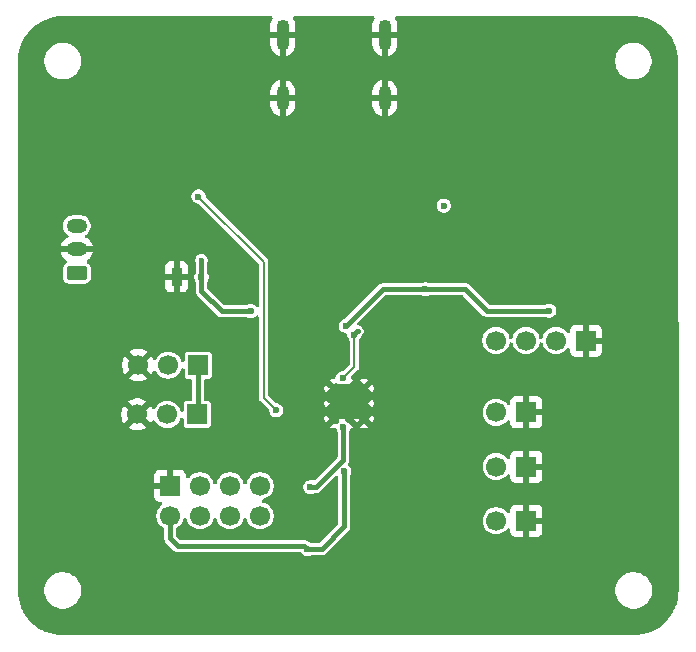
<source format=gbr>
%TF.GenerationSoftware,KiCad,Pcbnew,9.0.1*%
%TF.CreationDate,2025-11-13T19:44:27+01:00*%
%TF.ProjectId,RC thing,52432074-6869-46e6-972e-6b696361645f,rev?*%
%TF.SameCoordinates,Original*%
%TF.FileFunction,Copper,L1,Top*%
%TF.FilePolarity,Positive*%
%FSLAX46Y46*%
G04 Gerber Fmt 4.6, Leading zero omitted, Abs format (unit mm)*
G04 Created by KiCad (PCBNEW 9.0.1) date 2025-11-13 19:44:27*
%MOMM*%
%LPD*%
G01*
G04 APERTURE LIST*
G04 Aperture macros list*
%AMRoundRect*
0 Rectangle with rounded corners*
0 $1 Rounding radius*
0 $2 $3 $4 $5 $6 $7 $8 $9 X,Y pos of 4 corners*
0 Add a 4 corners polygon primitive as box body*
4,1,4,$2,$3,$4,$5,$6,$7,$8,$9,$2,$3,0*
0 Add four circle primitives for the rounded corners*
1,1,$1+$1,$2,$3*
1,1,$1+$1,$4,$5*
1,1,$1+$1,$6,$7*
1,1,$1+$1,$8,$9*
0 Add four rect primitives between the rounded corners*
20,1,$1+$1,$2,$3,$4,$5,0*
20,1,$1+$1,$4,$5,$6,$7,0*
20,1,$1+$1,$6,$7,$8,$9,0*
20,1,$1+$1,$8,$9,$2,$3,0*%
G04 Aperture macros list end*
%TA.AperFunction,ComponentPad*%
%ADD10C,0.600000*%
%TD*%
%TA.AperFunction,ComponentPad*%
%ADD11R,1.700000X1.700000*%
%TD*%
%TA.AperFunction,ComponentPad*%
%ADD12C,1.700000*%
%TD*%
%TA.AperFunction,ComponentPad*%
%ADD13RoundRect,0.250000X0.625000X-0.350000X0.625000X0.350000X-0.625000X0.350000X-0.625000X-0.350000X0*%
%TD*%
%TA.AperFunction,ComponentPad*%
%ADD14O,1.750000X1.200000*%
%TD*%
%TA.AperFunction,HeatsinkPad*%
%ADD15C,0.600000*%
%TD*%
%TA.AperFunction,SMDPad,CuDef*%
%ADD16R,0.900000X1.600000*%
%TD*%
%TA.AperFunction,HeatsinkPad*%
%ADD17O,1.100000X2.600000*%
%TD*%
%TA.AperFunction,HeatsinkPad*%
%ADD18O,1.100000X2.100000*%
%TD*%
%TA.AperFunction,ViaPad*%
%ADD19C,0.600000*%
%TD*%
%TA.AperFunction,ViaPad*%
%ADD20C,0.450000*%
%TD*%
%TA.AperFunction,Conductor*%
%ADD21C,0.635000*%
%TD*%
%TA.AperFunction,Conductor*%
%ADD22C,0.200000*%
%TD*%
%TA.AperFunction,Conductor*%
%ADD23C,0.400000*%
%TD*%
G04 APERTURE END LIST*
D10*
%TO.P,,57,GND*%
%TO.N,GND*%
X140125000Y-72775000D03*
%TD*%
%TO.P,,57,GND*%
%TO.N,GND*%
X140125000Y-75325000D03*
%TD*%
%TO.P,,57,GND*%
%TO.N,GND*%
X141400000Y-75325000D03*
%TD*%
%TO.P,,57,GND*%
%TO.N,GND*%
X140125000Y-74050000D03*
%TD*%
%TO.P,,57,GND*%
%TO.N,GND*%
X138850000Y-75325000D03*
%TD*%
%TO.P,,57,GND*%
%TO.N,GND*%
X138850000Y-74050000D03*
%TD*%
%TO.P,,57,GND*%
%TO.N,GND*%
X141400000Y-72775000D03*
%TD*%
%TO.P,,57,GND*%
%TO.N,GND*%
X141400000Y-74050000D03*
%TD*%
%TO.P,,57,GND*%
%TO.N,GND*%
X138850000Y-72775000D03*
%TD*%
D11*
%TO.P,U102,1,GND*%
%TO.N,GND*%
X124966750Y-81023250D03*
D12*
%TO.P,U102,2,VCC*%
%TO.N,+3V3*%
X124966750Y-83563250D03*
%TO.P,U102,3,CE*%
%TO.N,/RP2040/CE*%
X127506750Y-81023250D03*
%TO.P,U102,4,~{CSN}*%
%TO.N,/RP2040/CSN*%
X127506750Y-83563250D03*
%TO.P,U102,5,SCK*%
%TO.N,/RP2040/SCK*%
X130046750Y-81023250D03*
%TO.P,U102,6,MOSI*%
%TO.N,/RP2040/MOSI*%
X130046750Y-83563250D03*
%TO.P,U102,7,MISO*%
%TO.N,/RP2040/MISO*%
X132586750Y-81023250D03*
%TO.P,U102,8,IRQ*%
%TO.N,/RP2040/IRQ*%
X132586750Y-83563250D03*
%TD*%
D11*
%TO.P,SW2,1,1*%
%TO.N,GND*%
X155125000Y-74800000D03*
D12*
%TO.P,SW2,2,2*%
%TO.N,/RP2040/Button1*%
X152585000Y-74800000D03*
%TD*%
D11*
%TO.P,J2,1,Pin_1*%
%TO.N,GND*%
X160180000Y-68725000D03*
D12*
%TO.P,J2,2,Pin_2*%
%TO.N,+3V3*%
X157640000Y-68725000D03*
%TO.P,J2,3,Pin_3*%
%TO.N,/RP2040/SCL*%
X155100000Y-68725000D03*
%TO.P,J2,4,Pin_4*%
%TO.N,/RP2040/SDA*%
X152560000Y-68725000D03*
%TD*%
D11*
%TO.P,RV3,1,1*%
%TO.N,+3V3*%
X127275000Y-74975000D03*
D12*
%TO.P,RV3,2,2*%
%TO.N,/RP2040/AnaStk_1*%
X124735000Y-74975000D03*
%TO.P,RV3,3,3*%
%TO.N,GND*%
X122195000Y-74975000D03*
%TD*%
D13*
%TO.P,BT1,1,+*%
%TO.N,VBAT*%
X117075000Y-63000000D03*
D14*
%TO.P,BT1,2,-*%
%TO.N,GND*%
X117075000Y-61000000D03*
%TO.P,BT1,3*%
%TO.N,N/C*%
X117075000Y-59000000D03*
%TD*%
D11*
%TO.P,SW3,1,1*%
%TO.N,GND*%
X155125000Y-79390000D03*
D12*
%TO.P,SW3,2,2*%
%TO.N,/RP2040/Button2*%
X152585000Y-79390000D03*
%TD*%
D15*
%TO.P,U401,9,PAD*%
%TO.N,GND*%
X125523525Y-62825000D03*
D16*
X125523525Y-63325000D03*
D15*
X125523525Y-63825000D03*
%TD*%
D11*
%TO.P,RV4,1,1*%
%TO.N,+3V3*%
X127350000Y-70800000D03*
D12*
%TO.P,RV4,2,2*%
%TO.N,/RP2040/AnaStk_2*%
X124810000Y-70800000D03*
%TO.P,RV4,3,3*%
%TO.N,GND*%
X122270000Y-70800000D03*
%TD*%
D11*
%TO.P,SW4,1,1*%
%TO.N,GND*%
X155125000Y-83980000D03*
D12*
%TO.P,SW4,2,2*%
%TO.N,/RP2040/Button3*%
X152585000Y-83980000D03*
%TD*%
D17*
%TO.P,P1,S1,SHIELD*%
%TO.N,GND*%
X134505000Y-42830000D03*
D18*
X134505000Y-48190000D03*
D17*
X143145000Y-42830000D03*
D18*
X143145000Y-48190000D03*
%TD*%
D19*
%TO.N,*%
X148150000Y-57300000D03*
%TO.N,GND*%
X124675000Y-61700000D03*
X144125000Y-50525000D03*
X142425000Y-62425000D03*
X137800000Y-84575000D03*
X140725000Y-57450000D03*
X137925000Y-61825000D03*
X150725000Y-55250000D03*
X126475000Y-65000000D03*
X122350000Y-67075000D03*
X125950000Y-57000000D03*
X137825000Y-64625000D03*
X124600000Y-65000000D03*
X146900000Y-68760000D03*
X146900000Y-84132774D03*
X130600000Y-68275000D03*
X125350000Y-51500000D03*
X143650000Y-62375000D03*
X137050000Y-57475000D03*
X140075000Y-61800000D03*
X135250000Y-50425000D03*
X147160000Y-78140000D03*
X138225000Y-89400000D03*
%TO.N,+1V1*%
X139578096Y-71924282D03*
X140563235Y-68213235D03*
X139650000Y-76075002D03*
X136851250Y-81133518D03*
%TO.N,+3V3*%
X146575000Y-64375000D03*
X139725000Y-79800000D03*
X139869750Y-67477268D03*
D20*
X127625000Y-61900000D03*
D19*
X157050000Y-66200000D03*
X136600000Y-86375000D03*
X127625000Y-63350000D03*
X131800000Y-66225000D03*
%TO.N,/RP2040/Charge_status*%
X133950000Y-74625000D03*
X127375000Y-56525000D03*
%TD*%
D21*
%TO.N,GND*%
X138850000Y-75325000D02*
X138850000Y-72775000D01*
X139150000Y-75025000D02*
X138850000Y-75325000D01*
X141400000Y-75325000D02*
X141100000Y-75025000D01*
X138850000Y-72775000D02*
X141400000Y-72775000D01*
X138850000Y-74050000D02*
X141400000Y-74050000D01*
X140125000Y-72775000D02*
X140125000Y-75325000D01*
X141400000Y-75325000D02*
X141400000Y-72775000D01*
X141100000Y-75025000D02*
X139150000Y-75025000D01*
D22*
%TO.N,+1V1*%
X140563235Y-68213235D02*
X140563235Y-70939143D01*
D23*
X139650000Y-76075002D02*
X139650000Y-78800000D01*
X140774265Y-67925735D02*
X140850735Y-67925735D01*
D22*
X140563235Y-70939143D02*
X139578096Y-71924282D01*
D23*
X140725000Y-67975000D02*
X140774265Y-67925735D01*
X139650000Y-78800000D02*
X137316482Y-81133518D01*
X137316482Y-81133518D02*
X136851250Y-81133518D01*
%TO.N,+3V3*%
X127350000Y-74900000D02*
X127275000Y-74975000D01*
X127625000Y-64525000D02*
X127625000Y-63350000D01*
X136600000Y-86375000D02*
X137800000Y-86375000D01*
X146575000Y-64375000D02*
X142972018Y-64375000D01*
X157050000Y-66200000D02*
X151800000Y-66200000D01*
X124966750Y-85466750D02*
X125625000Y-86125000D01*
X124966750Y-83563250D02*
X124966750Y-85466750D01*
X129325000Y-66225000D02*
X127625000Y-64525000D01*
X137800000Y-86375000D02*
X139725000Y-84450000D01*
X127625000Y-61900000D02*
X127625000Y-63350000D01*
X131800000Y-66225000D02*
X129325000Y-66225000D01*
X139725000Y-84450000D02*
X139725000Y-79800000D01*
X142972018Y-64375000D02*
X139869750Y-67477268D01*
X127350000Y-70800000D02*
X127350000Y-74900000D01*
X125625000Y-86125000D02*
X136350000Y-86125000D01*
X149975000Y-64375000D02*
X146575000Y-64375000D01*
X151800000Y-66200000D02*
X149975000Y-64375000D01*
X136350000Y-86125000D02*
X136600000Y-86375000D01*
D22*
%TO.N,/RP2040/Charge_status*%
X127375000Y-56525000D02*
X132900000Y-62050000D01*
X132900000Y-73575000D02*
X133950000Y-74625000D01*
X132900000Y-62050000D02*
X132900000Y-73575000D01*
%TD*%
%TA.AperFunction,Conductor*%
%TO.N,GND*%
G36*
X133575867Y-41280462D02*
G01*
X133630405Y-41335000D01*
X133650367Y-41409500D01*
X133630405Y-41484000D01*
X133625256Y-41492280D01*
X133567414Y-41578846D01*
X133487658Y-41771394D01*
X133447000Y-41975792D01*
X133447000Y-42576000D01*
X134205000Y-42576000D01*
X134205000Y-43084000D01*
X133447000Y-43084000D01*
X133447000Y-43684207D01*
X133487658Y-43888605D01*
X133567414Y-44081153D01*
X133567413Y-44081153D01*
X133683197Y-44254434D01*
X133683201Y-44254439D01*
X133830560Y-44401798D01*
X133830565Y-44401802D01*
X134003846Y-44517585D01*
X134196395Y-44597341D01*
X134250999Y-44608202D01*
X134251000Y-44608202D01*
X134251000Y-43740060D01*
X134264940Y-43764205D01*
X134320795Y-43820060D01*
X134389204Y-43859556D01*
X134465504Y-43880000D01*
X134544496Y-43880000D01*
X134620796Y-43859556D01*
X134689205Y-43820060D01*
X134745060Y-43764205D01*
X134759000Y-43740060D01*
X134759000Y-44608202D01*
X134813604Y-44597341D01*
X135006153Y-44517585D01*
X135179434Y-44401802D01*
X135179439Y-44401798D01*
X135326798Y-44254439D01*
X135326802Y-44254434D01*
X135442585Y-44081153D01*
X135522341Y-43888605D01*
X135562999Y-43684207D01*
X135563000Y-43684199D01*
X135563000Y-43084000D01*
X134805000Y-43084000D01*
X134805000Y-42576000D01*
X135563000Y-42576000D01*
X135563000Y-41975800D01*
X135562999Y-41975792D01*
X135522341Y-41771394D01*
X135442585Y-41578846D01*
X135384744Y-41492280D01*
X135359952Y-41419245D01*
X135374999Y-41343599D01*
X135425853Y-41285611D01*
X135498888Y-41260819D01*
X135508633Y-41260500D01*
X142141367Y-41260500D01*
X142215867Y-41280462D01*
X142270405Y-41335000D01*
X142290367Y-41409500D01*
X142270405Y-41484000D01*
X142265256Y-41492280D01*
X142207414Y-41578846D01*
X142127658Y-41771394D01*
X142087000Y-41975792D01*
X142087000Y-42576000D01*
X142845000Y-42576000D01*
X142845000Y-43084000D01*
X142087000Y-43084000D01*
X142087000Y-43684207D01*
X142127658Y-43888605D01*
X142207414Y-44081153D01*
X142207413Y-44081153D01*
X142323197Y-44254434D01*
X142323201Y-44254439D01*
X142470560Y-44401798D01*
X142470565Y-44401802D01*
X142643846Y-44517585D01*
X142836395Y-44597341D01*
X142890999Y-44608202D01*
X142891000Y-44608202D01*
X142891000Y-43740060D01*
X142904940Y-43764205D01*
X142960795Y-43820060D01*
X143029204Y-43859556D01*
X143105504Y-43880000D01*
X143184496Y-43880000D01*
X143260796Y-43859556D01*
X143329205Y-43820060D01*
X143385060Y-43764205D01*
X143399000Y-43740060D01*
X143399000Y-44608202D01*
X143453604Y-44597341D01*
X143646153Y-44517585D01*
X143819434Y-44401802D01*
X143819439Y-44401798D01*
X143966798Y-44254439D01*
X143966802Y-44254434D01*
X144082585Y-44081153D01*
X144162341Y-43888605D01*
X144202999Y-43684207D01*
X144203000Y-43684199D01*
X144203000Y-43084000D01*
X143445000Y-43084000D01*
X143445000Y-42576000D01*
X144203000Y-42576000D01*
X144203000Y-41975800D01*
X144202999Y-41975792D01*
X144162341Y-41771394D01*
X144082585Y-41578846D01*
X144024744Y-41492280D01*
X143999952Y-41419245D01*
X144014999Y-41343599D01*
X144065853Y-41285611D01*
X144138888Y-41260819D01*
X144148633Y-41260500D01*
X164160118Y-41260500D01*
X164196333Y-41260500D01*
X164203643Y-41260678D01*
X164565115Y-41278437D01*
X164579661Y-41279870D01*
X164618360Y-41285611D01*
X164933999Y-41332431D01*
X164948340Y-41335283D01*
X165295852Y-41422330D01*
X165309817Y-41426566D01*
X165647117Y-41547255D01*
X165660615Y-41552846D01*
X165984466Y-41706015D01*
X165997338Y-41712895D01*
X166304622Y-41897074D01*
X166316761Y-41905186D01*
X166411973Y-41975800D01*
X166604496Y-42118585D01*
X166615796Y-42127858D01*
X166881238Y-42368441D01*
X166891558Y-42378761D01*
X167070325Y-42576000D01*
X167132138Y-42644200D01*
X167141413Y-42655501D01*
X167347610Y-42933526D01*
X167354807Y-42943229D01*
X167362927Y-42955382D01*
X167547099Y-43262653D01*
X167553987Y-43275540D01*
X167664642Y-43509500D01*
X167707149Y-43599374D01*
X167712744Y-43612882D01*
X167833428Y-43950168D01*
X167837673Y-43964161D01*
X167924716Y-44311659D01*
X167927568Y-44326000D01*
X167980128Y-44680335D01*
X167981561Y-44694886D01*
X167999320Y-45056355D01*
X167999500Y-45063579D01*
X167999500Y-45099882D01*
X167999521Y-45099934D01*
X167999530Y-45114404D01*
X167999530Y-45114407D01*
X168024477Y-88710232D01*
X168025110Y-89817295D01*
X168024500Y-89823518D01*
X168024500Y-89871332D01*
X168024320Y-89878644D01*
X168006561Y-90240113D01*
X168005128Y-90254664D01*
X167952568Y-90608999D01*
X167949716Y-90623340D01*
X167862673Y-90970838D01*
X167858428Y-90984831D01*
X167737744Y-91322117D01*
X167732149Y-91335625D01*
X167578992Y-91659450D01*
X167572099Y-91672346D01*
X167387931Y-91979612D01*
X167379807Y-91991770D01*
X167166414Y-92279496D01*
X167157138Y-92290799D01*
X166916568Y-92556228D01*
X166906228Y-92566568D01*
X166640799Y-92807138D01*
X166629496Y-92816414D01*
X166341770Y-93029807D01*
X166329612Y-93037931D01*
X166022346Y-93222099D01*
X166009450Y-93228992D01*
X165685625Y-93382149D01*
X165672117Y-93387744D01*
X165334831Y-93508428D01*
X165320838Y-93512673D01*
X164973340Y-93599716D01*
X164958999Y-93602568D01*
X164604664Y-93655128D01*
X164590113Y-93656561D01*
X164228645Y-93674320D01*
X164221333Y-93674500D01*
X115878667Y-93674500D01*
X115871355Y-93674320D01*
X115509886Y-93656561D01*
X115495335Y-93655128D01*
X115141000Y-93602568D01*
X115126659Y-93599716D01*
X114779161Y-93512673D01*
X114765168Y-93508428D01*
X114427882Y-93387744D01*
X114414374Y-93382149D01*
X114333934Y-93344104D01*
X114090540Y-93228987D01*
X114077653Y-93222099D01*
X113890692Y-93110039D01*
X113770382Y-93037927D01*
X113758234Y-93029810D01*
X113470501Y-92816413D01*
X113459200Y-92807138D01*
X113193761Y-92566558D01*
X113183441Y-92556238D01*
X112942858Y-92290796D01*
X112933585Y-92279496D01*
X112912741Y-92251391D01*
X112720186Y-91991761D01*
X112712074Y-91979622D01*
X112527895Y-91672338D01*
X112521015Y-91659466D01*
X112367846Y-91335615D01*
X112362255Y-91322117D01*
X112318956Y-91201106D01*
X112241566Y-90984817D01*
X112237330Y-90970852D01*
X112150283Y-90623340D01*
X112147431Y-90608999D01*
X112094871Y-90254664D01*
X112093437Y-90240112D01*
X112075679Y-89878643D01*
X112075500Y-89871332D01*
X112075500Y-89752973D01*
X114324500Y-89752973D01*
X114324500Y-89997027D01*
X114362679Y-90238076D01*
X114438096Y-90470185D01*
X114548894Y-90687639D01*
X114692345Y-90885083D01*
X114864917Y-91057655D01*
X115062361Y-91201106D01*
X115279815Y-91311904D01*
X115511924Y-91387321D01*
X115752973Y-91425500D01*
X115752978Y-91425500D01*
X115997022Y-91425500D01*
X115997027Y-91425500D01*
X116238076Y-91387321D01*
X116470185Y-91311904D01*
X116687639Y-91201106D01*
X116885083Y-91057655D01*
X117057655Y-90885083D01*
X117201106Y-90687639D01*
X117311904Y-90470185D01*
X117387321Y-90238076D01*
X117425500Y-89997027D01*
X117425500Y-89752973D01*
X162674500Y-89752973D01*
X162674500Y-89997027D01*
X162712679Y-90238076D01*
X162788096Y-90470185D01*
X162898894Y-90687639D01*
X163042345Y-90885083D01*
X163214917Y-91057655D01*
X163412361Y-91201106D01*
X163629815Y-91311904D01*
X163861924Y-91387321D01*
X164102973Y-91425500D01*
X164102978Y-91425500D01*
X164347022Y-91425500D01*
X164347027Y-91425500D01*
X164588076Y-91387321D01*
X164820185Y-91311904D01*
X165037639Y-91201106D01*
X165235083Y-91057655D01*
X165407655Y-90885083D01*
X165551106Y-90687639D01*
X165661904Y-90470185D01*
X165737321Y-90238076D01*
X165775500Y-89997027D01*
X165775500Y-89752973D01*
X165737321Y-89511924D01*
X165661904Y-89279815D01*
X165551106Y-89062361D01*
X165407655Y-88864917D01*
X165235083Y-88692345D01*
X165136361Y-88620619D01*
X165037641Y-88548895D01*
X165037635Y-88548892D01*
X164820195Y-88438101D01*
X164820194Y-88438100D01*
X164820185Y-88438096D01*
X164588076Y-88362679D01*
X164347027Y-88324500D01*
X164102973Y-88324500D01*
X163902098Y-88356315D01*
X163861923Y-88362679D01*
X163629821Y-88438094D01*
X163629815Y-88438096D01*
X163629810Y-88438098D01*
X163629804Y-88438101D01*
X163412364Y-88548892D01*
X163412358Y-88548895D01*
X163214918Y-88692344D01*
X163214915Y-88692346D01*
X163042346Y-88864915D01*
X163042344Y-88864918D01*
X162898895Y-89062358D01*
X162898892Y-89062364D01*
X162788101Y-89279804D01*
X162788098Y-89279810D01*
X162788096Y-89279815D01*
X162712679Y-89511924D01*
X162674500Y-89752973D01*
X117425500Y-89752973D01*
X117387321Y-89511924D01*
X117311904Y-89279815D01*
X117201106Y-89062361D01*
X117057655Y-88864917D01*
X116885083Y-88692345D01*
X116786361Y-88620619D01*
X116687641Y-88548895D01*
X116687635Y-88548892D01*
X116470195Y-88438101D01*
X116470194Y-88438100D01*
X116470185Y-88438096D01*
X116238076Y-88362679D01*
X115997027Y-88324500D01*
X115752973Y-88324500D01*
X115552098Y-88356315D01*
X115511923Y-88362679D01*
X115279821Y-88438094D01*
X115279815Y-88438096D01*
X115279810Y-88438098D01*
X115279804Y-88438101D01*
X115062364Y-88548892D01*
X115062358Y-88548895D01*
X114864918Y-88692344D01*
X114864915Y-88692346D01*
X114692346Y-88864915D01*
X114692344Y-88864918D01*
X114548895Y-89062358D01*
X114548892Y-89062364D01*
X114438101Y-89279804D01*
X114438098Y-89279810D01*
X114438096Y-89279815D01*
X114362679Y-89511924D01*
X114324500Y-89752973D01*
X112075500Y-89752973D01*
X112075500Y-80124665D01*
X123608750Y-80124665D01*
X123608750Y-80769250D01*
X124536047Y-80769250D01*
X124500825Y-80830257D01*
X124466750Y-80957424D01*
X124466750Y-81089076D01*
X124500825Y-81216243D01*
X124536047Y-81277250D01*
X123608750Y-81277250D01*
X123608750Y-81921834D01*
X123608751Y-81921852D01*
X123615254Y-81982345D01*
X123666302Y-82119207D01*
X123666305Y-82119213D01*
X123753846Y-82236153D01*
X123870786Y-82323694D01*
X123870792Y-82323697D01*
X124007656Y-82374745D01*
X124007652Y-82374745D01*
X124068147Y-82381248D01*
X124068166Y-82381250D01*
X124177709Y-82381250D01*
X124252209Y-82401212D01*
X124306747Y-82455750D01*
X124326709Y-82530250D01*
X124306747Y-82604750D01*
X124265289Y-82650794D01*
X124217250Y-82685696D01*
X124217247Y-82685698D01*
X124089198Y-82813747D01*
X124089196Y-82813750D01*
X123982755Y-82960253D01*
X123982755Y-82960254D01*
X123900539Y-83121610D01*
X123900539Y-83121611D01*
X123844579Y-83293841D01*
X123816250Y-83472704D01*
X123816250Y-83653796D01*
X123844579Y-83832659D01*
X123900539Y-84004889D01*
X123982755Y-84166245D01*
X123982755Y-84166246D01*
X124031981Y-84234000D01*
X124089197Y-84312751D01*
X124217249Y-84440803D01*
X124363756Y-84547246D01*
X124384894Y-84558016D01*
X124442212Y-84609625D01*
X124466046Y-84682978D01*
X124466250Y-84690776D01*
X124466250Y-85400858D01*
X124466250Y-85532642D01*
X124500358Y-85659936D01*
X124500359Y-85659937D01*
X124566247Y-85774060D01*
X124566248Y-85774061D01*
X124566250Y-85774064D01*
X125317686Y-86525500D01*
X125317688Y-86525501D01*
X125317689Y-86525502D01*
X125431810Y-86591390D01*
X125431811Y-86591390D01*
X125431814Y-86591392D01*
X125559107Y-86625500D01*
X125559108Y-86625500D01*
X135965203Y-86625500D01*
X136039703Y-86645462D01*
X136094240Y-86699999D01*
X136119480Y-86743716D01*
X136231284Y-86855520D01*
X136368216Y-86934577D01*
X136520943Y-86975500D01*
X136679057Y-86975500D01*
X136831784Y-86934577D01*
X136899534Y-86895461D01*
X136974033Y-86875500D01*
X137865892Y-86875500D01*
X137993186Y-86841392D01*
X138107314Y-86775500D01*
X140125500Y-84757314D01*
X140191392Y-84643186D01*
X140225500Y-84515893D01*
X140225500Y-84384108D01*
X140225500Y-83889454D01*
X151434500Y-83889454D01*
X151434500Y-84070546D01*
X151462829Y-84249409D01*
X151518789Y-84421639D01*
X151590173Y-84561738D01*
X151601005Y-84582995D01*
X151601005Y-84582996D01*
X151644736Y-84643186D01*
X151707447Y-84729501D01*
X151835499Y-84857553D01*
X151982006Y-84963996D01*
X152143361Y-85046211D01*
X152315591Y-85102171D01*
X152494454Y-85130500D01*
X152494458Y-85130500D01*
X152675542Y-85130500D01*
X152675546Y-85130500D01*
X152854409Y-85102171D01*
X153026639Y-85046211D01*
X153187994Y-84963996D01*
X153334501Y-84857553D01*
X153462553Y-84729501D01*
X153497456Y-84681461D01*
X153557395Y-84632922D01*
X153633573Y-84620856D01*
X153705579Y-84648496D01*
X153754118Y-84708435D01*
X153767000Y-84769040D01*
X153767000Y-84878584D01*
X153767001Y-84878602D01*
X153773504Y-84939095D01*
X153824552Y-85075957D01*
X153824555Y-85075963D01*
X153912096Y-85192903D01*
X154029036Y-85280444D01*
X154029042Y-85280447D01*
X154165906Y-85331495D01*
X154165902Y-85331495D01*
X154226397Y-85337998D01*
X154226416Y-85338000D01*
X154871000Y-85338000D01*
X154871000Y-84410702D01*
X154932007Y-84445925D01*
X155059174Y-84480000D01*
X155190826Y-84480000D01*
X155317993Y-84445925D01*
X155379000Y-84410702D01*
X155379000Y-85338000D01*
X156023584Y-85338000D01*
X156023602Y-85337998D01*
X156084095Y-85331495D01*
X156220957Y-85280447D01*
X156220963Y-85280444D01*
X156337903Y-85192903D01*
X156425444Y-85075963D01*
X156425447Y-85075957D01*
X156476495Y-84939095D01*
X156482998Y-84878602D01*
X156483000Y-84878584D01*
X156483000Y-84234000D01*
X155555703Y-84234000D01*
X155590925Y-84172993D01*
X155625000Y-84045826D01*
X155625000Y-83914174D01*
X155590925Y-83787007D01*
X155555703Y-83726000D01*
X156483000Y-83726000D01*
X156483000Y-83081415D01*
X156482998Y-83081397D01*
X156476495Y-83020904D01*
X156425447Y-82884042D01*
X156425444Y-82884036D01*
X156337903Y-82767096D01*
X156220963Y-82679555D01*
X156220957Y-82679552D01*
X156084093Y-82628504D01*
X156084097Y-82628504D01*
X156023602Y-82622001D01*
X156023584Y-82622000D01*
X155379000Y-82622000D01*
X155379000Y-83549297D01*
X155317993Y-83514075D01*
X155190826Y-83480000D01*
X155059174Y-83480000D01*
X154932007Y-83514075D01*
X154871000Y-83549297D01*
X154871000Y-82622000D01*
X154226416Y-82622000D01*
X154226397Y-82622001D01*
X154165904Y-82628504D01*
X154029042Y-82679552D01*
X154029036Y-82679555D01*
X153912096Y-82767096D01*
X153824555Y-82884036D01*
X153824552Y-82884042D01*
X153773504Y-83020904D01*
X153767001Y-83081397D01*
X153767000Y-83081415D01*
X153767000Y-83190959D01*
X153747038Y-83265459D01*
X153692500Y-83319997D01*
X153618000Y-83339959D01*
X153543500Y-83319997D01*
X153497456Y-83278539D01*
X153487953Y-83265459D01*
X153462553Y-83230499D01*
X153334501Y-83102447D01*
X153187994Y-82996004D01*
X153026639Y-82913789D01*
X152854409Y-82857829D01*
X152675546Y-82829500D01*
X152494454Y-82829500D01*
X152315591Y-82857829D01*
X152143360Y-82913789D01*
X151982004Y-82996005D01*
X151982003Y-82996005D01*
X151835500Y-83102446D01*
X151835497Y-83102448D01*
X151707448Y-83230497D01*
X151707446Y-83230500D01*
X151601005Y-83377003D01*
X151601005Y-83377004D01*
X151518789Y-83538360D01*
X151475045Y-83672993D01*
X151462829Y-83710591D01*
X151434500Y-83889454D01*
X140225500Y-83889454D01*
X140225500Y-80174033D01*
X140245462Y-80099533D01*
X140284577Y-80031784D01*
X140325500Y-79879057D01*
X140325500Y-79720943D01*
X140284577Y-79568216D01*
X140205520Y-79431284D01*
X140093716Y-79319480D01*
X140082788Y-79313171D01*
X140069982Y-79301009D01*
X140069030Y-79299454D01*
X151434500Y-79299454D01*
X151434500Y-79480546D01*
X151462829Y-79659409D01*
X151483427Y-79722805D01*
X151518789Y-79831639D01*
X151601005Y-79992995D01*
X151601005Y-79992996D01*
X151648594Y-80058496D01*
X151707447Y-80139501D01*
X151835499Y-80267553D01*
X151982006Y-80373996D01*
X152143361Y-80456211D01*
X152315591Y-80512171D01*
X152494454Y-80540500D01*
X152494458Y-80540500D01*
X152675542Y-80540500D01*
X152675546Y-80540500D01*
X152854409Y-80512171D01*
X153026639Y-80456211D01*
X153187994Y-80373996D01*
X153334501Y-80267553D01*
X153462553Y-80139501D01*
X153497456Y-80091461D01*
X153557395Y-80042922D01*
X153633573Y-80030856D01*
X153705579Y-80058496D01*
X153754118Y-80118435D01*
X153767000Y-80179040D01*
X153767000Y-80288584D01*
X153767001Y-80288602D01*
X153773504Y-80349095D01*
X153824552Y-80485957D01*
X153824555Y-80485963D01*
X153912096Y-80602903D01*
X154029036Y-80690444D01*
X154029042Y-80690447D01*
X154165906Y-80741495D01*
X154165902Y-80741495D01*
X154226397Y-80747998D01*
X154226416Y-80748000D01*
X154871000Y-80748000D01*
X154871000Y-79820702D01*
X154932007Y-79855925D01*
X155059174Y-79890000D01*
X155190826Y-79890000D01*
X155317993Y-79855925D01*
X155379000Y-79820702D01*
X155379000Y-80748000D01*
X156023584Y-80748000D01*
X156023602Y-80747998D01*
X156084095Y-80741495D01*
X156220957Y-80690447D01*
X156220963Y-80690444D01*
X156337903Y-80602903D01*
X156425444Y-80485963D01*
X156425447Y-80485957D01*
X156476495Y-80349095D01*
X156482998Y-80288602D01*
X156483000Y-80288584D01*
X156483000Y-79644000D01*
X155555703Y-79644000D01*
X155590925Y-79582993D01*
X155625000Y-79455826D01*
X155625000Y-79324174D01*
X155590925Y-79197007D01*
X155555703Y-79136000D01*
X156483000Y-79136000D01*
X156483000Y-78491415D01*
X156482998Y-78491397D01*
X156476495Y-78430904D01*
X156425447Y-78294042D01*
X156425444Y-78294036D01*
X156337903Y-78177096D01*
X156220963Y-78089555D01*
X156220957Y-78089552D01*
X156084093Y-78038504D01*
X156084097Y-78038504D01*
X156023602Y-78032001D01*
X156023584Y-78032000D01*
X155379000Y-78032000D01*
X155379000Y-78959297D01*
X155317993Y-78924075D01*
X155190826Y-78890000D01*
X155059174Y-78890000D01*
X154932007Y-78924075D01*
X154871000Y-78959297D01*
X154871000Y-78032000D01*
X154226416Y-78032000D01*
X154226397Y-78032001D01*
X154165904Y-78038504D01*
X154029042Y-78089552D01*
X154029036Y-78089555D01*
X153912096Y-78177096D01*
X153824555Y-78294036D01*
X153824552Y-78294042D01*
X153773504Y-78430904D01*
X153767001Y-78491397D01*
X153767000Y-78491415D01*
X153767000Y-78600959D01*
X153747038Y-78675459D01*
X153692500Y-78729997D01*
X153618000Y-78749959D01*
X153543500Y-78729997D01*
X153497456Y-78688539D01*
X153487953Y-78675459D01*
X153462553Y-78640499D01*
X153334501Y-78512447D01*
X153187994Y-78406004D01*
X153026639Y-78323789D01*
X152854409Y-78267829D01*
X152675546Y-78239500D01*
X152494454Y-78239500D01*
X152315591Y-78267829D01*
X152143360Y-78323789D01*
X151982004Y-78406005D01*
X151982003Y-78406005D01*
X151835500Y-78512446D01*
X151835497Y-78512448D01*
X151707448Y-78640497D01*
X151707446Y-78640500D01*
X151601005Y-78787003D01*
X151601005Y-78787004D01*
X151518789Y-78948360D01*
X151504224Y-78993187D01*
X151462829Y-79120591D01*
X151434500Y-79299454D01*
X140069030Y-79299454D01*
X140058753Y-79282670D01*
X140043550Y-79267467D01*
X140038962Y-79250347D01*
X140029707Y-79235231D01*
X140029152Y-79213735D01*
X140023587Y-79192967D01*
X140028174Y-79175846D01*
X140027717Y-79158129D01*
X140037982Y-79139238D01*
X140043548Y-79118467D01*
X140047315Y-79112830D01*
X140050500Y-79107314D01*
X140116392Y-78993186D01*
X140150500Y-78865892D01*
X140150500Y-78734107D01*
X140150500Y-76449035D01*
X140161149Y-76393719D01*
X140165118Y-76383790D01*
X140209577Y-76306786D01*
X140237352Y-76203125D01*
X140240637Y-76194911D01*
X140258616Y-76170870D01*
X140273629Y-76144868D01*
X140281432Y-76140362D01*
X140286830Y-76133146D01*
X140314424Y-76121314D01*
X140340424Y-76106304D01*
X140349922Y-76104090D01*
X140360679Y-76101950D01*
X140360688Y-76101947D01*
X140489416Y-76048627D01*
X140489417Y-76048627D01*
X140489416Y-76048626D01*
X141035582Y-76048626D01*
X141164320Y-76101950D01*
X141320419Y-76133000D01*
X141479581Y-76133000D01*
X141635682Y-76101949D01*
X141635686Y-76101948D01*
X141764416Y-76048627D01*
X141764417Y-76048627D01*
X141400000Y-75684210D01*
X141035582Y-76048626D01*
X140489416Y-76048626D01*
X140108469Y-75667679D01*
X140095662Y-75664248D01*
X140064803Y-75640569D01*
X140018716Y-75594482D01*
X139881786Y-75515426D01*
X139881785Y-75515425D01*
X139881784Y-75515425D01*
X139876221Y-75513934D01*
X139859235Y-75504127D01*
X139840290Y-75499051D01*
X139826418Y-75485179D01*
X139809430Y-75475371D01*
X139799622Y-75458383D01*
X139785752Y-75444513D01*
X139780674Y-75425562D01*
X139770867Y-75408575D01*
X139765790Y-75370013D01*
X139765790Y-75325000D01*
X139730980Y-75290190D01*
X139950000Y-75290190D01*
X139950000Y-75359810D01*
X139976643Y-75424129D01*
X140025871Y-75473357D01*
X140090190Y-75500000D01*
X140159810Y-75500000D01*
X140224129Y-75473357D01*
X140273357Y-75424129D01*
X140300000Y-75359810D01*
X140300000Y-75325000D01*
X140484210Y-75325000D01*
X140762500Y-75603290D01*
X141040790Y-75325000D01*
X141005980Y-75290190D01*
X141225000Y-75290190D01*
X141225000Y-75359810D01*
X141251643Y-75424129D01*
X141300871Y-75473357D01*
X141365190Y-75500000D01*
X141434810Y-75500000D01*
X141499129Y-75473357D01*
X141548357Y-75424129D01*
X141575000Y-75359810D01*
X141575000Y-75324999D01*
X141759210Y-75324999D01*
X141759210Y-75325000D01*
X142123627Y-75689417D01*
X142123627Y-75689416D01*
X142176948Y-75560686D01*
X142176949Y-75560682D01*
X142208000Y-75404581D01*
X142208000Y-75245418D01*
X142176950Y-75089320D01*
X142123626Y-74960582D01*
X141759210Y-75324999D01*
X141575000Y-75324999D01*
X141575000Y-75290190D01*
X141548357Y-75225871D01*
X141499129Y-75176643D01*
X141434810Y-75150000D01*
X141365190Y-75150000D01*
X141300871Y-75176643D01*
X141251643Y-75225871D01*
X141225000Y-75290190D01*
X141005980Y-75290190D01*
X140762500Y-75046710D01*
X140484210Y-75325000D01*
X140300000Y-75325000D01*
X140300000Y-75290190D01*
X140273357Y-75225871D01*
X140224129Y-75176643D01*
X140159810Y-75150000D01*
X140090190Y-75150000D01*
X140025871Y-75176643D01*
X139976643Y-75225871D01*
X139950000Y-75290190D01*
X139730980Y-75290190D01*
X139487500Y-75046710D01*
X139209210Y-75325000D01*
X139274629Y-75390419D01*
X139291999Y-75420505D01*
X139310942Y-75449625D01*
X139311158Y-75453689D01*
X139313193Y-75457214D01*
X139313193Y-75491951D01*
X139315038Y-75526644D01*
X139313193Y-75530045D01*
X139313193Y-75534342D01*
X139280075Y-75595393D01*
X139277422Y-75598343D01*
X139169480Y-75706286D01*
X139149913Y-75740176D01*
X139139480Y-75751782D01*
X139119788Y-75764591D01*
X139103174Y-75781206D01*
X139087996Y-75785272D01*
X139074828Y-75793839D01*
X139051367Y-75795086D01*
X139028674Y-75801167D01*
X139013498Y-75797100D01*
X138997809Y-75797935D01*
X138976867Y-75787284D01*
X138954174Y-75781204D01*
X138933073Y-75765013D01*
X138929060Y-75762972D01*
X138927711Y-75760898D01*
X138923316Y-75757526D01*
X138850000Y-75684210D01*
X138485582Y-76048626D01*
X138614320Y-76101950D01*
X138770419Y-76133000D01*
X138929526Y-76133000D01*
X138938466Y-76135395D01*
X138947631Y-76134104D01*
X138975251Y-76145252D01*
X139004026Y-76152962D01*
X139010571Y-76159507D01*
X139019153Y-76162971D01*
X139029771Y-76178707D01*
X139058564Y-76207500D01*
X139066660Y-76223731D01*
X139070743Y-76233342D01*
X139090423Y-76306786D01*
X139134081Y-76382404D01*
X139137634Y-76390766D01*
X139141790Y-76420261D01*
X139149500Y-76449035D01*
X139149500Y-78530967D01*
X139129538Y-78605467D01*
X139105859Y-78636326D01*
X137211065Y-80531119D01*
X137144270Y-80569683D01*
X137067143Y-80569683D01*
X136930307Y-80533018D01*
X136772193Y-80533018D01*
X136619466Y-80573941D01*
X136619464Y-80573941D01*
X136619464Y-80573942D01*
X136482533Y-80652998D01*
X136370730Y-80764801D01*
X136291674Y-80901732D01*
X136250750Y-81054459D01*
X136250750Y-81054461D01*
X136250750Y-81212575D01*
X136291673Y-81365302D01*
X136370730Y-81502234D01*
X136482534Y-81614038D01*
X136619466Y-81693095D01*
X136772193Y-81734018D01*
X136930307Y-81734018D01*
X137083034Y-81693095D01*
X137150784Y-81653979D01*
X137225283Y-81634018D01*
X137382374Y-81634018D01*
X137509668Y-81599910D01*
X137623796Y-81534018D01*
X138970141Y-80187671D01*
X139036936Y-80149108D01*
X139114064Y-80149108D01*
X139180859Y-80187672D01*
X139219423Y-80254467D01*
X139224500Y-80293031D01*
X139224500Y-84180968D01*
X139204538Y-84255468D01*
X139180859Y-84286327D01*
X137636327Y-85830859D01*
X137569532Y-85869423D01*
X137530968Y-85874500D01*
X136974033Y-85874500D01*
X136917013Y-85863158D01*
X136907991Y-85859421D01*
X136831784Y-85815423D01*
X136746786Y-85792647D01*
X136737763Y-85788910D01*
X136714653Y-85771177D01*
X136689426Y-85756612D01*
X136657314Y-85724500D01*
X136657311Y-85724498D01*
X136657310Y-85724497D01*
X136586514Y-85683623D01*
X136543186Y-85658608D01*
X136415892Y-85624500D01*
X125894032Y-85624500D01*
X125819532Y-85604538D01*
X125788673Y-85580859D01*
X125510891Y-85303077D01*
X125472327Y-85236282D01*
X125467250Y-85197718D01*
X125467250Y-84690776D01*
X125487212Y-84616276D01*
X125541750Y-84561738D01*
X125548597Y-84558020D01*
X125569744Y-84547246D01*
X125716251Y-84440803D01*
X125844303Y-84312751D01*
X125950746Y-84166244D01*
X126032961Y-84004889D01*
X126088921Y-83832659D01*
X126089584Y-83828473D01*
X126120954Y-83758012D01*
X126183352Y-83712677D01*
X126260057Y-83704614D01*
X126330518Y-83735984D01*
X126375853Y-83798382D01*
X126383916Y-83828473D01*
X126384578Y-83832658D01*
X126440539Y-84004889D01*
X126522755Y-84166245D01*
X126522755Y-84166246D01*
X126571981Y-84234000D01*
X126629197Y-84312751D01*
X126757249Y-84440803D01*
X126903756Y-84547246D01*
X127065111Y-84629461D01*
X127237341Y-84685421D01*
X127416204Y-84713750D01*
X127416208Y-84713750D01*
X127597292Y-84713750D01*
X127597296Y-84713750D01*
X127776159Y-84685421D01*
X127948389Y-84629461D01*
X128109744Y-84547246D01*
X128256251Y-84440803D01*
X128384303Y-84312751D01*
X128490746Y-84166244D01*
X128572961Y-84004889D01*
X128628921Y-83832659D01*
X128629584Y-83828473D01*
X128660954Y-83758012D01*
X128723352Y-83712677D01*
X128800057Y-83704614D01*
X128870518Y-83735984D01*
X128915853Y-83798382D01*
X128923916Y-83828473D01*
X128924578Y-83832658D01*
X128980539Y-84004889D01*
X129062755Y-84166245D01*
X129062755Y-84166246D01*
X129111981Y-84234000D01*
X129169197Y-84312751D01*
X129297249Y-84440803D01*
X129443756Y-84547246D01*
X129605111Y-84629461D01*
X129777341Y-84685421D01*
X129956204Y-84713750D01*
X129956208Y-84713750D01*
X130137292Y-84713750D01*
X130137296Y-84713750D01*
X130316159Y-84685421D01*
X130488389Y-84629461D01*
X130649744Y-84547246D01*
X130796251Y-84440803D01*
X130924303Y-84312751D01*
X131030746Y-84166244D01*
X131112961Y-84004889D01*
X131168921Y-83832659D01*
X131169584Y-83828473D01*
X131200954Y-83758012D01*
X131263352Y-83712677D01*
X131340057Y-83704614D01*
X131410518Y-83735984D01*
X131455853Y-83798382D01*
X131463916Y-83828473D01*
X131464578Y-83832658D01*
X131520539Y-84004889D01*
X131602755Y-84166245D01*
X131602755Y-84166246D01*
X131651981Y-84234000D01*
X131709197Y-84312751D01*
X131837249Y-84440803D01*
X131983756Y-84547246D01*
X132145111Y-84629461D01*
X132317341Y-84685421D01*
X132496204Y-84713750D01*
X132496208Y-84713750D01*
X132677292Y-84713750D01*
X132677296Y-84713750D01*
X132856159Y-84685421D01*
X133028389Y-84629461D01*
X133189744Y-84547246D01*
X133336251Y-84440803D01*
X133464303Y-84312751D01*
X133570746Y-84166244D01*
X133652961Y-84004889D01*
X133708921Y-83832659D01*
X133737250Y-83653796D01*
X133737250Y-83472704D01*
X133708921Y-83293841D01*
X133652961Y-83121611D01*
X133570746Y-82960256D01*
X133464303Y-82813749D01*
X133336251Y-82685697D01*
X133189744Y-82579254D01*
X133028389Y-82497039D01*
X132856158Y-82441078D01*
X132851973Y-82440416D01*
X132781512Y-82409046D01*
X132736177Y-82346648D01*
X132728114Y-82269943D01*
X132759484Y-82199482D01*
X132821882Y-82154147D01*
X132851973Y-82146084D01*
X132852112Y-82146061D01*
X132856159Y-82145421D01*
X133028389Y-82089461D01*
X133189744Y-82007246D01*
X133336251Y-81900803D01*
X133464303Y-81772751D01*
X133570746Y-81626244D01*
X133652961Y-81464889D01*
X133708921Y-81292659D01*
X133737250Y-81113796D01*
X133737250Y-80932704D01*
X133708921Y-80753841D01*
X133652961Y-80581611D01*
X133570746Y-80420256D01*
X133464303Y-80273749D01*
X133336251Y-80145697D01*
X133189744Y-80039254D01*
X133028389Y-79957039D01*
X132856159Y-79901079D01*
X132677296Y-79872750D01*
X132496204Y-79872750D01*
X132317341Y-79901079D01*
X132145110Y-79957039D01*
X131983754Y-80039255D01*
X131983753Y-80039255D01*
X131837250Y-80145696D01*
X131837247Y-80145698D01*
X131709198Y-80273747D01*
X131709196Y-80273750D01*
X131602755Y-80420253D01*
X131602755Y-80420254D01*
X131520539Y-80581610D01*
X131464577Y-80753845D01*
X131463915Y-80758029D01*
X131432544Y-80828488D01*
X131370146Y-80873823D01*
X131293440Y-80881884D01*
X131222981Y-80850513D01*
X131177646Y-80788115D01*
X131169585Y-80758029D01*
X131168922Y-80753845D01*
X131167023Y-80748000D01*
X131112961Y-80581611D01*
X131030746Y-80420256D01*
X130924303Y-80273749D01*
X130796251Y-80145697D01*
X130649744Y-80039254D01*
X130488389Y-79957039D01*
X130316159Y-79901079D01*
X130137296Y-79872750D01*
X129956204Y-79872750D01*
X129777341Y-79901079D01*
X129605110Y-79957039D01*
X129443754Y-80039255D01*
X129443753Y-80039255D01*
X129297250Y-80145696D01*
X129297247Y-80145698D01*
X129169198Y-80273747D01*
X129169196Y-80273750D01*
X129062755Y-80420253D01*
X129062755Y-80420254D01*
X128980539Y-80581610D01*
X128924577Y-80753845D01*
X128923915Y-80758029D01*
X128892544Y-80828488D01*
X128830146Y-80873823D01*
X128753440Y-80881884D01*
X128682981Y-80850513D01*
X128637646Y-80788115D01*
X128629585Y-80758029D01*
X128628922Y-80753845D01*
X128627023Y-80748000D01*
X128572961Y-80581611D01*
X128490746Y-80420256D01*
X128384303Y-80273749D01*
X128256251Y-80145697D01*
X128109744Y-80039254D01*
X127948389Y-79957039D01*
X127776159Y-79901079D01*
X127597296Y-79872750D01*
X127416204Y-79872750D01*
X127237341Y-79901079D01*
X127065110Y-79957039D01*
X126903754Y-80039255D01*
X126903753Y-80039255D01*
X126757250Y-80145696D01*
X126757247Y-80145698D01*
X126629198Y-80273747D01*
X126629196Y-80273750D01*
X126594294Y-80321789D01*
X126534354Y-80370327D01*
X126458175Y-80382393D01*
X126386170Y-80354753D01*
X126337632Y-80294813D01*
X126324750Y-80234209D01*
X126324750Y-80124665D01*
X126324748Y-80124647D01*
X126318245Y-80064154D01*
X126267197Y-79927292D01*
X126267194Y-79927286D01*
X126179653Y-79810346D01*
X126062713Y-79722805D01*
X126062707Y-79722802D01*
X125925843Y-79671754D01*
X125925847Y-79671754D01*
X125865352Y-79665251D01*
X125865334Y-79665250D01*
X125220750Y-79665250D01*
X125220750Y-80592547D01*
X125159743Y-80557325D01*
X125032576Y-80523250D01*
X124900924Y-80523250D01*
X124773757Y-80557325D01*
X124712750Y-80592547D01*
X124712750Y-79665250D01*
X124068166Y-79665250D01*
X124068147Y-79665251D01*
X124007654Y-79671754D01*
X123870792Y-79722802D01*
X123870786Y-79722805D01*
X123753846Y-79810346D01*
X123666305Y-79927286D01*
X123666302Y-79927292D01*
X123615254Y-80064154D01*
X123608751Y-80124647D01*
X123608750Y-80124665D01*
X112075500Y-80124665D01*
X112075500Y-74868127D01*
X120837000Y-74868127D01*
X120837000Y-75081872D01*
X120870440Y-75293005D01*
X120936490Y-75496284D01*
X120936495Y-75496296D01*
X121033535Y-75686748D01*
X121033540Y-75686757D01*
X121071618Y-75739167D01*
X121071620Y-75739167D01*
X121710841Y-75099945D01*
X121729075Y-75167993D01*
X121794901Y-75282007D01*
X121887993Y-75375099D01*
X122002007Y-75440925D01*
X122070051Y-75459157D01*
X121430831Y-76098378D01*
X121430831Y-76098379D01*
X121483251Y-76136464D01*
X121673703Y-76233504D01*
X121673715Y-76233509D01*
X121876995Y-76299559D01*
X121876994Y-76299559D01*
X122088128Y-76333000D01*
X122301872Y-76333000D01*
X122513005Y-76299559D01*
X122716284Y-76233509D01*
X122716296Y-76233504D01*
X122906748Y-76136464D01*
X122906750Y-76136463D01*
X122959167Y-76098379D01*
X122959167Y-76098378D01*
X122319947Y-75459158D01*
X122387993Y-75440925D01*
X122502007Y-75375099D01*
X122595099Y-75282007D01*
X122660925Y-75167993D01*
X122679158Y-75099947D01*
X123318378Y-75739167D01*
X123318379Y-75739167D01*
X123356463Y-75686750D01*
X123356467Y-75686743D01*
X123448680Y-75505765D01*
X123500288Y-75448447D01*
X123573641Y-75424613D01*
X123649084Y-75440649D01*
X123706402Y-75492257D01*
X123714199Y-75505763D01*
X123751001Y-75577990D01*
X123751005Y-75577996D01*
X123796467Y-75640569D01*
X123857447Y-75724501D01*
X123985499Y-75852553D01*
X124132006Y-75958996D01*
X124293361Y-76041211D01*
X124465591Y-76097171D01*
X124644454Y-76125500D01*
X124644458Y-76125500D01*
X124825542Y-76125500D01*
X124825546Y-76125500D01*
X125004409Y-76097171D01*
X125176639Y-76041211D01*
X125337994Y-75958996D01*
X125484501Y-75852553D01*
X125612553Y-75724501D01*
X125718996Y-75577994D01*
X125801211Y-75416639D01*
X125833792Y-75316360D01*
X125875798Y-75251677D01*
X125944519Y-75216660D01*
X126021542Y-75220696D01*
X126086227Y-75262702D01*
X126121244Y-75331423D01*
X126124500Y-75362404D01*
X126124500Y-75869866D01*
X126127414Y-75894989D01*
X126127415Y-75894992D01*
X126172793Y-75997764D01*
X126172794Y-75997765D01*
X126252235Y-76077206D01*
X126355009Y-76122585D01*
X126380135Y-76125500D01*
X128169864Y-76125499D01*
X128169866Y-76125499D01*
X128182427Y-76124042D01*
X128194991Y-76122585D01*
X128297765Y-76077206D01*
X128377206Y-75997765D01*
X128422585Y-75894991D01*
X128425500Y-75869865D01*
X128425500Y-75245418D01*
X138042000Y-75245418D01*
X138042000Y-75404581D01*
X138073050Y-75560683D01*
X138073053Y-75560692D01*
X138126371Y-75689416D01*
X138126372Y-75689417D01*
X138490789Y-75324999D01*
X138455980Y-75290190D01*
X138675000Y-75290190D01*
X138675000Y-75359810D01*
X138701643Y-75424129D01*
X138750871Y-75473357D01*
X138815190Y-75500000D01*
X138884810Y-75500000D01*
X138949129Y-75473357D01*
X138998357Y-75424129D01*
X139025000Y-75359810D01*
X139025000Y-75290190D01*
X138998357Y-75225871D01*
X138949129Y-75176643D01*
X138884810Y-75150000D01*
X138815190Y-75150000D01*
X138750871Y-75176643D01*
X138701643Y-75225871D01*
X138675000Y-75290190D01*
X138455980Y-75290190D01*
X138126371Y-74960581D01*
X138073052Y-75089312D01*
X138073050Y-75089316D01*
X138042000Y-75245418D01*
X128425500Y-75245418D01*
X128425499Y-74080136D01*
X128422585Y-74055009D01*
X128377206Y-73952235D01*
X128297765Y-73872794D01*
X128297764Y-73872793D01*
X128194994Y-73827416D01*
X128194991Y-73827415D01*
X128194982Y-73827414D01*
X128169865Y-73824500D01*
X128169859Y-73824500D01*
X127999500Y-73824500D01*
X127925000Y-73804538D01*
X127870462Y-73750000D01*
X127850500Y-73675500D01*
X127850500Y-72099499D01*
X127870462Y-72024999D01*
X127925000Y-71970461D01*
X127999500Y-71950499D01*
X128244867Y-71950499D01*
X128259940Y-71948750D01*
X128269991Y-71947585D01*
X128372765Y-71902206D01*
X128452206Y-71822765D01*
X128497585Y-71719991D01*
X128500500Y-71694865D01*
X128500499Y-69905136D01*
X128497585Y-69880009D01*
X128452206Y-69777235D01*
X128372765Y-69697794D01*
X128372764Y-69697793D01*
X128269994Y-69652416D01*
X128269991Y-69652415D01*
X128269982Y-69652414D01*
X128244865Y-69649500D01*
X128244859Y-69649500D01*
X126455133Y-69649500D01*
X126430010Y-69652414D01*
X126430007Y-69652415D01*
X126327235Y-69697793D01*
X126247793Y-69777235D01*
X126202416Y-69880005D01*
X126202415Y-69880008D01*
X126202415Y-69880009D01*
X126199500Y-69905135D01*
X126199500Y-69905136D01*
X126199500Y-69905140D01*
X126199500Y-70412594D01*
X126179538Y-70487094D01*
X126125000Y-70541632D01*
X126050500Y-70561594D01*
X125976000Y-70541632D01*
X125921462Y-70487094D01*
X125908792Y-70458637D01*
X125889708Y-70399901D01*
X125876211Y-70358361D01*
X125793996Y-70197006D01*
X125687553Y-70050499D01*
X125559501Y-69922447D01*
X125412994Y-69816004D01*
X125251639Y-69733789D01*
X125079409Y-69677829D01*
X124900546Y-69649500D01*
X124719454Y-69649500D01*
X124540591Y-69677829D01*
X124368360Y-69733789D01*
X124207004Y-69816005D01*
X124207003Y-69816005D01*
X124060500Y-69922446D01*
X124060497Y-69922448D01*
X123932448Y-70050497D01*
X123932446Y-70050500D01*
X123826005Y-70197003D01*
X123826004Y-70197005D01*
X123789199Y-70269237D01*
X123737589Y-70326553D01*
X123664235Y-70350386D01*
X123588793Y-70334349D01*
X123531477Y-70282739D01*
X123523680Y-70269234D01*
X123431467Y-70088256D01*
X123431464Y-70088251D01*
X123393378Y-70035831D01*
X122754157Y-70675051D01*
X122735925Y-70607007D01*
X122670099Y-70492993D01*
X122577007Y-70399901D01*
X122462993Y-70334075D01*
X122394945Y-70315841D01*
X123034167Y-69676620D01*
X123034167Y-69676618D01*
X122981757Y-69638540D01*
X122981748Y-69638535D01*
X122791296Y-69541495D01*
X122791284Y-69541490D01*
X122588004Y-69475440D01*
X122588005Y-69475440D01*
X122376872Y-69442000D01*
X122163128Y-69442000D01*
X121951994Y-69475440D01*
X121748715Y-69541490D01*
X121748703Y-69541494D01*
X121558253Y-69638534D01*
X121505831Y-69676619D01*
X122145052Y-70315841D01*
X122077007Y-70334075D01*
X121962993Y-70399901D01*
X121869901Y-70492993D01*
X121804075Y-70607007D01*
X121785841Y-70675052D01*
X121146619Y-70035831D01*
X121108534Y-70088253D01*
X121011494Y-70278703D01*
X121011490Y-70278715D01*
X120945440Y-70481994D01*
X120912000Y-70693127D01*
X120912000Y-70906872D01*
X120945440Y-71118005D01*
X121011490Y-71321284D01*
X121011495Y-71321296D01*
X121108535Y-71511748D01*
X121108540Y-71511757D01*
X121146618Y-71564167D01*
X121146620Y-71564167D01*
X121785841Y-70924945D01*
X121804075Y-70992993D01*
X121869901Y-71107007D01*
X121962993Y-71200099D01*
X122077007Y-71265925D01*
X122145051Y-71284157D01*
X121505831Y-71923378D01*
X121505831Y-71923379D01*
X121558251Y-71961464D01*
X121748703Y-72058504D01*
X121748715Y-72058509D01*
X121951995Y-72124559D01*
X121951994Y-72124559D01*
X122163128Y-72158000D01*
X122376872Y-72158000D01*
X122588005Y-72124559D01*
X122791284Y-72058509D01*
X122791296Y-72058504D01*
X122981748Y-71961464D01*
X122981750Y-71961463D01*
X123034167Y-71923379D01*
X123034167Y-71923378D01*
X122394947Y-71284158D01*
X122462993Y-71265925D01*
X122577007Y-71200099D01*
X122670099Y-71107007D01*
X122735925Y-70992993D01*
X122754158Y-70924947D01*
X123393378Y-71564167D01*
X123393379Y-71564167D01*
X123431463Y-71511750D01*
X123431467Y-71511743D01*
X123523680Y-71330765D01*
X123575288Y-71273447D01*
X123648641Y-71249613D01*
X123724084Y-71265649D01*
X123781402Y-71317257D01*
X123789199Y-71330763D01*
X123826001Y-71402990D01*
X123826005Y-71402996D01*
X123879225Y-71476247D01*
X123932447Y-71549501D01*
X124060499Y-71677553D01*
X124207006Y-71783996D01*
X124368361Y-71866211D01*
X124540591Y-71922171D01*
X124719454Y-71950500D01*
X124719458Y-71950500D01*
X124900542Y-71950500D01*
X124900546Y-71950500D01*
X125079409Y-71922171D01*
X125251639Y-71866211D01*
X125412994Y-71783996D01*
X125559501Y-71677553D01*
X125687553Y-71549501D01*
X125793996Y-71402994D01*
X125876211Y-71241639D01*
X125908792Y-71141360D01*
X125950798Y-71076677D01*
X126019519Y-71041660D01*
X126096542Y-71045696D01*
X126161227Y-71087702D01*
X126196244Y-71156423D01*
X126199500Y-71187404D01*
X126199500Y-71694866D01*
X126202414Y-71719989D01*
X126202415Y-71719992D01*
X126247793Y-71822764D01*
X126247794Y-71822765D01*
X126327235Y-71902206D01*
X126430009Y-71947585D01*
X126455135Y-71950500D01*
X126700500Y-71950499D01*
X126774999Y-71970461D01*
X126829537Y-72024998D01*
X126849500Y-72099498D01*
X126849500Y-73675500D01*
X126829538Y-73750000D01*
X126775000Y-73804538D01*
X126700500Y-73824500D01*
X126380133Y-73824500D01*
X126355010Y-73827414D01*
X126355007Y-73827415D01*
X126252235Y-73872793D01*
X126172793Y-73952235D01*
X126127416Y-74055005D01*
X126127415Y-74055008D01*
X126127415Y-74055009D01*
X126124500Y-74080135D01*
X126124500Y-74080136D01*
X126124500Y-74080140D01*
X126124500Y-74587594D01*
X126104538Y-74662094D01*
X126050000Y-74716632D01*
X125975500Y-74736594D01*
X125901000Y-74716632D01*
X125846462Y-74662094D01*
X125833792Y-74633637D01*
X125827993Y-74615788D01*
X125801211Y-74533361D01*
X125718996Y-74372006D01*
X125612553Y-74225499D01*
X125484501Y-74097447D01*
X125337994Y-73991004D01*
X125176639Y-73908789D01*
X125004409Y-73852829D01*
X124825546Y-73824500D01*
X124644454Y-73824500D01*
X124465591Y-73852829D01*
X124293360Y-73908789D01*
X124132004Y-73991005D01*
X124132003Y-73991005D01*
X123985500Y-74097446D01*
X123985497Y-74097448D01*
X123857448Y-74225497D01*
X123857446Y-74225500D01*
X123751005Y-74372003D01*
X123751004Y-74372005D01*
X123714199Y-74444237D01*
X123662589Y-74501553D01*
X123589235Y-74525386D01*
X123513793Y-74509349D01*
X123456477Y-74457739D01*
X123448680Y-74444234D01*
X123356467Y-74263256D01*
X123356464Y-74263251D01*
X123318378Y-74210831D01*
X122679157Y-74850051D01*
X122660925Y-74782007D01*
X122595099Y-74667993D01*
X122502007Y-74574901D01*
X122387993Y-74509075D01*
X122319945Y-74490841D01*
X122959167Y-73851620D01*
X122959167Y-73851618D01*
X122906757Y-73813540D01*
X122906748Y-73813535D01*
X122716296Y-73716495D01*
X122716284Y-73716490D01*
X122513004Y-73650440D01*
X122513005Y-73650440D01*
X122301872Y-73617000D01*
X122088128Y-73617000D01*
X121876994Y-73650440D01*
X121673715Y-73716490D01*
X121673703Y-73716494D01*
X121483253Y-73813534D01*
X121430831Y-73851619D01*
X122070052Y-74490841D01*
X122002007Y-74509075D01*
X121887993Y-74574901D01*
X121794901Y-74667993D01*
X121729075Y-74782007D01*
X121710841Y-74850052D01*
X121071619Y-74210831D01*
X121033534Y-74263253D01*
X120936494Y-74453703D01*
X120936490Y-74453715D01*
X120870440Y-74656994D01*
X120837000Y-74868127D01*
X112075500Y-74868127D01*
X112075500Y-64173584D01*
X124565525Y-64173584D01*
X124565526Y-64173602D01*
X124572029Y-64234095D01*
X124623077Y-64370957D01*
X124623080Y-64370963D01*
X124710621Y-64487903D01*
X124827561Y-64575444D01*
X124827567Y-64575447D01*
X124964431Y-64626495D01*
X124964427Y-64626495D01*
X125024922Y-64632998D01*
X125024941Y-64633000D01*
X125269525Y-64633000D01*
X125777525Y-64633000D01*
X126022109Y-64633000D01*
X126022127Y-64632998D01*
X126082620Y-64626495D01*
X126219482Y-64575447D01*
X126219488Y-64575444D01*
X126336428Y-64487903D01*
X126423969Y-64370963D01*
X126423972Y-64370957D01*
X126475020Y-64234095D01*
X126481523Y-64173602D01*
X126481525Y-64173584D01*
X126481525Y-63579000D01*
X125777525Y-63579000D01*
X125777525Y-64633000D01*
X125269525Y-64633000D01*
X125269525Y-63800136D01*
X125398525Y-63800136D01*
X125398525Y-63849864D01*
X125417555Y-63895807D01*
X125452718Y-63930970D01*
X125498661Y-63950000D01*
X125548389Y-63950000D01*
X125594332Y-63930970D01*
X125629495Y-63895807D01*
X125648525Y-63849864D01*
X125648525Y-63800136D01*
X125629495Y-63754193D01*
X125594332Y-63719030D01*
X125548389Y-63700000D01*
X125498661Y-63700000D01*
X125452718Y-63719030D01*
X125417555Y-63754193D01*
X125398525Y-63800136D01*
X125269525Y-63800136D01*
X125269525Y-63579000D01*
X124565525Y-63579000D01*
X124565525Y-64173584D01*
X112075500Y-64173584D01*
X112075500Y-60745999D01*
X115718419Y-60745999D01*
X115718420Y-60746000D01*
X116798670Y-60746000D01*
X116774925Y-60769745D01*
X116725556Y-60855255D01*
X116700000Y-60950630D01*
X116700000Y-61049370D01*
X116725556Y-61144745D01*
X116774925Y-61230255D01*
X116798670Y-61254000D01*
X115718419Y-61254000D01*
X115719283Y-61259456D01*
X115719284Y-61259464D01*
X115773176Y-61425324D01*
X115852354Y-61580719D01*
X115852355Y-61580720D01*
X115954864Y-61721811D01*
X115954866Y-61721814D01*
X116078185Y-61845133D01*
X116078193Y-61845140D01*
X116182444Y-61920882D01*
X116230983Y-61980822D01*
X116243049Y-62057000D01*
X116215409Y-62129005D01*
X116184896Y-62160150D01*
X116057079Y-62257076D01*
X116057076Y-62257079D01*
X115965639Y-62377658D01*
X115965638Y-62377658D01*
X115910122Y-62518436D01*
X115899500Y-62606894D01*
X115899500Y-63393105D01*
X115910122Y-63481563D01*
X115965638Y-63622341D01*
X116012478Y-63684109D01*
X116057078Y-63742922D01*
X116177658Y-63834361D01*
X116318436Y-63889877D01*
X116406898Y-63900500D01*
X116406899Y-63900500D01*
X117743101Y-63900500D01*
X117743102Y-63900500D01*
X117831564Y-63889877D01*
X117972342Y-63834361D01*
X118092922Y-63742922D01*
X118184361Y-63622342D01*
X118239877Y-63481564D01*
X118250500Y-63393102D01*
X118250500Y-62606898D01*
X118239877Y-62518436D01*
X118223306Y-62476415D01*
X124565525Y-62476415D01*
X124565525Y-63071000D01*
X125269525Y-63071000D01*
X125777525Y-63071000D01*
X126481525Y-63071000D01*
X126481525Y-62476415D01*
X126481523Y-62476397D01*
X126475020Y-62415904D01*
X126423972Y-62279042D01*
X126423969Y-62279036D01*
X126336428Y-62162096D01*
X126219488Y-62074555D01*
X126219482Y-62074552D01*
X126082618Y-62023504D01*
X126082622Y-62023504D01*
X126022127Y-62017001D01*
X126022109Y-62017000D01*
X125777525Y-62017000D01*
X125777525Y-63071000D01*
X125269525Y-63071000D01*
X125269525Y-62800136D01*
X125398525Y-62800136D01*
X125398525Y-62849864D01*
X125417555Y-62895807D01*
X125452718Y-62930970D01*
X125498661Y-62950000D01*
X125548389Y-62950000D01*
X125594332Y-62930970D01*
X125629495Y-62895807D01*
X125648525Y-62849864D01*
X125648525Y-62800136D01*
X125629495Y-62754193D01*
X125594332Y-62719030D01*
X125548389Y-62700000D01*
X125498661Y-62700000D01*
X125452718Y-62719030D01*
X125417555Y-62754193D01*
X125398525Y-62800136D01*
X125269525Y-62800136D01*
X125269525Y-62017000D01*
X125024941Y-62017000D01*
X125024922Y-62017001D01*
X124964429Y-62023504D01*
X124827567Y-62074552D01*
X124827561Y-62074555D01*
X124710621Y-62162096D01*
X124623080Y-62279036D01*
X124623077Y-62279042D01*
X124572029Y-62415904D01*
X124565526Y-62476397D01*
X124565525Y-62476415D01*
X118223306Y-62476415D01*
X118184361Y-62377658D01*
X118109578Y-62279042D01*
X118092923Y-62257079D01*
X118092920Y-62257076D01*
X118031649Y-62210613D01*
X117972342Y-62165639D01*
X117972340Y-62165638D01*
X117965103Y-62160150D01*
X117917803Y-62099229D01*
X117907300Y-62022819D01*
X117936410Y-61951395D01*
X117967555Y-61920882D01*
X118071806Y-61845140D01*
X118071814Y-61845133D01*
X118195133Y-61721814D01*
X118195135Y-61721811D01*
X118297644Y-61580720D01*
X118297645Y-61580719D01*
X118376823Y-61425324D01*
X118430715Y-61259464D01*
X118430716Y-61259456D01*
X118431581Y-61254000D01*
X117351330Y-61254000D01*
X117375075Y-61230255D01*
X117424444Y-61144745D01*
X117450000Y-61049370D01*
X117450000Y-60950630D01*
X117424444Y-60855255D01*
X117375075Y-60769745D01*
X117351330Y-60746000D01*
X118431580Y-60746000D01*
X118431580Y-60745999D01*
X118430716Y-60740543D01*
X118430715Y-60740535D01*
X118376823Y-60574675D01*
X118297645Y-60419280D01*
X118297644Y-60419279D01*
X118195135Y-60278188D01*
X118195133Y-60278185D01*
X118071814Y-60154866D01*
X118071811Y-60154864D01*
X117930720Y-60052355D01*
X117930714Y-60052351D01*
X117853794Y-60013158D01*
X117796477Y-59961549D01*
X117772644Y-59888195D01*
X117788681Y-59812753D01*
X117838660Y-59756510D01*
X117924035Y-59699464D01*
X118049464Y-59574035D01*
X118148013Y-59426547D01*
X118215894Y-59262666D01*
X118250500Y-59088691D01*
X118250500Y-58911309D01*
X118215894Y-58737334D01*
X118148013Y-58573453D01*
X118049464Y-58425965D01*
X117924035Y-58300536D01*
X117924031Y-58300533D01*
X117776548Y-58201987D01*
X117776546Y-58201986D01*
X117612667Y-58134106D01*
X117612663Y-58134105D01*
X117438691Y-58099500D01*
X116711309Y-58099500D01*
X116537336Y-58134105D01*
X116537332Y-58134106D01*
X116373453Y-58201986D01*
X116373451Y-58201987D01*
X116225968Y-58300533D01*
X116225963Y-58300537D01*
X116100537Y-58425963D01*
X116100533Y-58425968D01*
X116001987Y-58573451D01*
X116001986Y-58573453D01*
X115934106Y-58737332D01*
X115934105Y-58737336D01*
X115899500Y-58911308D01*
X115899500Y-59088691D01*
X115934105Y-59262663D01*
X115934106Y-59262667D01*
X116001986Y-59426546D01*
X116001987Y-59426548D01*
X116100533Y-59574031D01*
X116100537Y-59574036D01*
X116225964Y-59699463D01*
X116311340Y-59756510D01*
X116362193Y-59814499D01*
X116377240Y-59890145D01*
X116352448Y-59963180D01*
X116296206Y-60013158D01*
X116219281Y-60052354D01*
X116219279Y-60052355D01*
X116078188Y-60154864D01*
X116078185Y-60154866D01*
X115954866Y-60278185D01*
X115954864Y-60278188D01*
X115852355Y-60419279D01*
X115852354Y-60419280D01*
X115773176Y-60574675D01*
X115719284Y-60740535D01*
X115719283Y-60740543D01*
X115718419Y-60745999D01*
X112075500Y-60745999D01*
X112075500Y-56445941D01*
X126774500Y-56445941D01*
X126774500Y-56445943D01*
X126774500Y-56604057D01*
X126815423Y-56756784D01*
X126894480Y-56893716D01*
X127006284Y-57005520D01*
X127143216Y-57084577D01*
X127295943Y-57125500D01*
X127347389Y-57125500D01*
X127421889Y-57145462D01*
X127452748Y-57169141D01*
X132455859Y-62172252D01*
X132494423Y-62239047D01*
X132499500Y-62277611D01*
X132499500Y-65715546D01*
X132479538Y-65790046D01*
X132425000Y-65844584D01*
X132350500Y-65864546D01*
X132276000Y-65844584D01*
X132245141Y-65820905D01*
X132168716Y-65744480D01*
X132118600Y-65715546D01*
X132031784Y-65665423D01*
X131879057Y-65624500D01*
X131720943Y-65624500D01*
X131568216Y-65665423D01*
X131500465Y-65704538D01*
X131425967Y-65724500D01*
X129594032Y-65724500D01*
X129519532Y-65704538D01*
X129488673Y-65680859D01*
X128169141Y-64361327D01*
X128130577Y-64294532D01*
X128125500Y-64255968D01*
X128125500Y-63724033D01*
X128145462Y-63649533D01*
X128184577Y-63581784D01*
X128225500Y-63429057D01*
X128225500Y-63270943D01*
X128184577Y-63118216D01*
X128184575Y-63118212D01*
X128145462Y-63050465D01*
X128125500Y-62975966D01*
X128125500Y-62082100D01*
X128130577Y-62043535D01*
X128150500Y-61969183D01*
X128150500Y-61830817D01*
X128114688Y-61697164D01*
X128045505Y-61577335D01*
X127947665Y-61479495D01*
X127827836Y-61410312D01*
X127694183Y-61374500D01*
X127555817Y-61374500D01*
X127422164Y-61410312D01*
X127422162Y-61410312D01*
X127422162Y-61410313D01*
X127302334Y-61479495D01*
X127204495Y-61577334D01*
X127135313Y-61697162D01*
X127099500Y-61830815D01*
X127099500Y-61830817D01*
X127099500Y-61969183D01*
X127114055Y-62023504D01*
X127119423Y-62043535D01*
X127124500Y-62082100D01*
X127124500Y-62975966D01*
X127104538Y-63050465D01*
X127065424Y-63118212D01*
X127024500Y-63270941D01*
X127024500Y-63270943D01*
X127024500Y-63429057D01*
X127065423Y-63581784D01*
X127088839Y-63622342D01*
X127104538Y-63649533D01*
X127124500Y-63724033D01*
X127124500Y-64459108D01*
X127124500Y-64590892D01*
X127158608Y-64718186D01*
X127158609Y-64718187D01*
X127224497Y-64832310D01*
X127224498Y-64832311D01*
X127224500Y-64832314D01*
X128924500Y-66532314D01*
X128924499Y-66532314D01*
X128982717Y-66590531D01*
X129017686Y-66625500D01*
X129017687Y-66625501D01*
X129017689Y-66625502D01*
X129045157Y-66641360D01*
X129131814Y-66691392D01*
X129259108Y-66725500D01*
X131425967Y-66725500D01*
X131500465Y-66745461D01*
X131568216Y-66784577D01*
X131720943Y-66825500D01*
X131879057Y-66825500D01*
X132031784Y-66784577D01*
X132168716Y-66705520D01*
X132245141Y-66629095D01*
X132311936Y-66590531D01*
X132389064Y-66590531D01*
X132455859Y-66629095D01*
X132494423Y-66695890D01*
X132499500Y-66734454D01*
X132499500Y-73627729D01*
X132515002Y-73685582D01*
X132523283Y-73716490D01*
X132526794Y-73729591D01*
X132579515Y-73820906D01*
X132579518Y-73820910D01*
X132579520Y-73820913D01*
X133305860Y-74547253D01*
X133344423Y-74614046D01*
X133349500Y-74652610D01*
X133349500Y-74704057D01*
X133390423Y-74856784D01*
X133469480Y-74993716D01*
X133581284Y-75105520D01*
X133718216Y-75184577D01*
X133870943Y-75225500D01*
X134029057Y-75225500D01*
X134181784Y-75184577D01*
X134318716Y-75105520D01*
X134430520Y-74993716D01*
X134509577Y-74856784D01*
X134550500Y-74704057D01*
X134550500Y-74687500D01*
X138571710Y-74687500D01*
X138850000Y-74965790D01*
X139128290Y-74687500D01*
X139846710Y-74687500D01*
X140125000Y-74965790D01*
X140403290Y-74687500D01*
X141121710Y-74687500D01*
X141400000Y-74965790D01*
X141656336Y-74709454D01*
X151434500Y-74709454D01*
X151434500Y-74890546D01*
X151462829Y-75069409D01*
X151518789Y-75241639D01*
X151584199Y-75370013D01*
X151601005Y-75402995D01*
X151601005Y-75402996D01*
X151637836Y-75453689D01*
X151707447Y-75549501D01*
X151835499Y-75677553D01*
X151982006Y-75783996D01*
X152143361Y-75866211D01*
X152315591Y-75922171D01*
X152494454Y-75950500D01*
X152494458Y-75950500D01*
X152675542Y-75950500D01*
X152675546Y-75950500D01*
X152854409Y-75922171D01*
X153026639Y-75866211D01*
X153187994Y-75783996D01*
X153334501Y-75677553D01*
X153462553Y-75549501D01*
X153497456Y-75501461D01*
X153557395Y-75452922D01*
X153633573Y-75440856D01*
X153705579Y-75468496D01*
X153754118Y-75528435D01*
X153767000Y-75589040D01*
X153767000Y-75698584D01*
X153767001Y-75698602D01*
X153773504Y-75759095D01*
X153824552Y-75895957D01*
X153824555Y-75895963D01*
X153912096Y-76012903D01*
X154029036Y-76100444D01*
X154029042Y-76100447D01*
X154165906Y-76151495D01*
X154165902Y-76151495D01*
X154226397Y-76157998D01*
X154226416Y-76158000D01*
X154871000Y-76158000D01*
X154871000Y-75230702D01*
X154932007Y-75265925D01*
X155059174Y-75300000D01*
X155190826Y-75300000D01*
X155317993Y-75265925D01*
X155379000Y-75230702D01*
X155379000Y-76158000D01*
X156023584Y-76158000D01*
X156023602Y-76157998D01*
X156084095Y-76151495D01*
X156220957Y-76100447D01*
X156220963Y-76100444D01*
X156337903Y-76012903D01*
X156425444Y-75895963D01*
X156425447Y-75895957D01*
X156476495Y-75759095D01*
X156482998Y-75698602D01*
X156483000Y-75698584D01*
X156483000Y-75054000D01*
X155555703Y-75054000D01*
X155590925Y-74992993D01*
X155625000Y-74865826D01*
X155625000Y-74734174D01*
X155590925Y-74607007D01*
X155555703Y-74546000D01*
X156483000Y-74546000D01*
X156483000Y-73901415D01*
X156482998Y-73901397D01*
X156476495Y-73840904D01*
X156425447Y-73704042D01*
X156425444Y-73704036D01*
X156337903Y-73587096D01*
X156220963Y-73499555D01*
X156220957Y-73499552D01*
X156084093Y-73448504D01*
X156084097Y-73448504D01*
X156023602Y-73442001D01*
X156023584Y-73442000D01*
X155379000Y-73442000D01*
X155379000Y-74369297D01*
X155317993Y-74334075D01*
X155190826Y-74300000D01*
X155059174Y-74300000D01*
X154932007Y-74334075D01*
X154871000Y-74369297D01*
X154871000Y-73442000D01*
X154226416Y-73442000D01*
X154226397Y-73442001D01*
X154165904Y-73448504D01*
X154029042Y-73499552D01*
X154029036Y-73499555D01*
X153912096Y-73587096D01*
X153824555Y-73704036D01*
X153824552Y-73704042D01*
X153773504Y-73840904D01*
X153767001Y-73901397D01*
X153767000Y-73901415D01*
X153767000Y-74010959D01*
X153747038Y-74085459D01*
X153692500Y-74139997D01*
X153618000Y-74159959D01*
X153543500Y-74139997D01*
X153497456Y-74098539D01*
X153484085Y-74080136D01*
X153462553Y-74050499D01*
X153334501Y-73922447D01*
X153187994Y-73816004D01*
X153026639Y-73733789D01*
X152854409Y-73677829D01*
X152675546Y-73649500D01*
X152494454Y-73649500D01*
X152330296Y-73675500D01*
X152315591Y-73677829D01*
X152143360Y-73733789D01*
X151982004Y-73816005D01*
X151982003Y-73816005D01*
X151835500Y-73922446D01*
X151835497Y-73922448D01*
X151707448Y-74050497D01*
X151707446Y-74050500D01*
X151601005Y-74197003D01*
X151601005Y-74197004D01*
X151518789Y-74358360D01*
X151487811Y-74453703D01*
X151462829Y-74530591D01*
X151434500Y-74709454D01*
X141656336Y-74709454D01*
X141678290Y-74687500D01*
X141400000Y-74409210D01*
X141121710Y-74687500D01*
X140403290Y-74687500D01*
X140125000Y-74409210D01*
X139846710Y-74687500D01*
X139128290Y-74687500D01*
X138850000Y-74409210D01*
X138571710Y-74687500D01*
X134550500Y-74687500D01*
X134550500Y-74545943D01*
X134509577Y-74393216D01*
X134430520Y-74256284D01*
X134318716Y-74144480D01*
X134181784Y-74065423D01*
X134029057Y-74024500D01*
X133977611Y-74024500D01*
X133903111Y-74004538D01*
X133872252Y-73980859D01*
X133861811Y-73970418D01*
X138042000Y-73970418D01*
X138042000Y-74129581D01*
X138073050Y-74285683D01*
X138073053Y-74285692D01*
X138126371Y-74414416D01*
X138126372Y-74414417D01*
X138490789Y-74049999D01*
X138455980Y-74015190D01*
X138675000Y-74015190D01*
X138675000Y-74084810D01*
X138701643Y-74149129D01*
X138750871Y-74198357D01*
X138815190Y-74225000D01*
X138884810Y-74225000D01*
X138949129Y-74198357D01*
X138998357Y-74149129D01*
X139025000Y-74084810D01*
X139025000Y-74050000D01*
X139209210Y-74050000D01*
X139487500Y-74328290D01*
X139765790Y-74050000D01*
X139730980Y-74015190D01*
X139950000Y-74015190D01*
X139950000Y-74084810D01*
X139976643Y-74149129D01*
X140025871Y-74198357D01*
X140090190Y-74225000D01*
X140159810Y-74225000D01*
X140224129Y-74198357D01*
X140273357Y-74149129D01*
X140300000Y-74084810D01*
X140300000Y-74050000D01*
X140484210Y-74050000D01*
X140762500Y-74328290D01*
X141040790Y-74050000D01*
X141005980Y-74015190D01*
X141225000Y-74015190D01*
X141225000Y-74084810D01*
X141251643Y-74149129D01*
X141300871Y-74198357D01*
X141365190Y-74225000D01*
X141434810Y-74225000D01*
X141499129Y-74198357D01*
X141548357Y-74149129D01*
X141575000Y-74084810D01*
X141575000Y-74049999D01*
X141759210Y-74049999D01*
X141759210Y-74050000D01*
X142123627Y-74414417D01*
X142123627Y-74414416D01*
X142176948Y-74285686D01*
X142176949Y-74285682D01*
X142208000Y-74129581D01*
X142208000Y-73970418D01*
X142176950Y-73814320D01*
X142123626Y-73685582D01*
X141759210Y-74049999D01*
X141575000Y-74049999D01*
X141575000Y-74015190D01*
X141548357Y-73950871D01*
X141499129Y-73901643D01*
X141434810Y-73875000D01*
X141365190Y-73875000D01*
X141300871Y-73901643D01*
X141251643Y-73950871D01*
X141225000Y-74015190D01*
X141005980Y-74015190D01*
X140762500Y-73771710D01*
X140484210Y-74050000D01*
X140300000Y-74050000D01*
X140300000Y-74015190D01*
X140273357Y-73950871D01*
X140224129Y-73901643D01*
X140159810Y-73875000D01*
X140090190Y-73875000D01*
X140025871Y-73901643D01*
X139976643Y-73950871D01*
X139950000Y-74015190D01*
X139730980Y-74015190D01*
X139487500Y-73771710D01*
X139209210Y-74050000D01*
X139025000Y-74050000D01*
X139025000Y-74015190D01*
X138998357Y-73950871D01*
X138949129Y-73901643D01*
X138884810Y-73875000D01*
X138815190Y-73875000D01*
X138750871Y-73901643D01*
X138701643Y-73950871D01*
X138675000Y-74015190D01*
X138455980Y-74015190D01*
X138126371Y-73685581D01*
X138073052Y-73814312D01*
X138073050Y-73814316D01*
X138042000Y-73970418D01*
X133861811Y-73970418D01*
X133344141Y-73452748D01*
X133320904Y-73412500D01*
X138571710Y-73412500D01*
X138850000Y-73690790D01*
X139128290Y-73412500D01*
X139846710Y-73412500D01*
X140125000Y-73690790D01*
X140403290Y-73412500D01*
X141121710Y-73412500D01*
X141400000Y-73690790D01*
X141678290Y-73412500D01*
X141400000Y-73134210D01*
X141121710Y-73412500D01*
X140403290Y-73412500D01*
X140125000Y-73134210D01*
X139846710Y-73412500D01*
X139128290Y-73412500D01*
X138850000Y-73134210D01*
X138571710Y-73412500D01*
X133320904Y-73412500D01*
X133305577Y-73385953D01*
X133300500Y-73347389D01*
X133300500Y-72695418D01*
X138042000Y-72695418D01*
X138042000Y-72854581D01*
X138073050Y-73010683D01*
X138073053Y-73010692D01*
X138126371Y-73139416D01*
X138126372Y-73139417D01*
X138490789Y-72774999D01*
X138455980Y-72740190D01*
X138675000Y-72740190D01*
X138675000Y-72809810D01*
X138701643Y-72874129D01*
X138750871Y-72923357D01*
X138815190Y-72950000D01*
X138884810Y-72950000D01*
X138949129Y-72923357D01*
X138998357Y-72874129D01*
X139025000Y-72809810D01*
X139025000Y-72740190D01*
X138998357Y-72675871D01*
X138949129Y-72626643D01*
X138884810Y-72600000D01*
X138815190Y-72600000D01*
X138750871Y-72626643D01*
X138701643Y-72675871D01*
X138675000Y-72740190D01*
X138455980Y-72740190D01*
X138126371Y-72410581D01*
X138073052Y-72539312D01*
X138073050Y-72539316D01*
X138042000Y-72695418D01*
X133300500Y-72695418D01*
X133300500Y-72051371D01*
X138485581Y-72051371D01*
X138849999Y-72415789D01*
X138929823Y-72335965D01*
X138955846Y-72320939D01*
X138979922Y-72302949D01*
X138988840Y-72301890D01*
X138996618Y-72297400D01*
X139026672Y-72297400D01*
X139056513Y-72293858D01*
X139063582Y-72297400D01*
X139073746Y-72297400D01*
X139127388Y-72324279D01*
X139134310Y-72329732D01*
X139209380Y-72404802D01*
X139285087Y-72448511D01*
X139293507Y-72455144D01*
X139310394Y-72477743D01*
X139330339Y-72497687D01*
X139333156Y-72508203D01*
X139339676Y-72516927D01*
X139343001Y-72544940D01*
X139350302Y-72572187D01*
X139347483Y-72582705D01*
X139348767Y-72593518D01*
X139337640Y-72619440D01*
X139330340Y-72646687D01*
X139320366Y-72659684D01*
X139318346Y-72664393D01*
X139314614Y-72667181D01*
X139306662Y-72677546D01*
X139209210Y-72774999D01*
X139209210Y-72775000D01*
X139487500Y-73053290D01*
X139765790Y-72775000D01*
X139730980Y-72740190D01*
X139950000Y-72740190D01*
X139950000Y-72809810D01*
X139976643Y-72874129D01*
X140025871Y-72923357D01*
X140090190Y-72950000D01*
X140159810Y-72950000D01*
X140224129Y-72923357D01*
X140273357Y-72874129D01*
X140300000Y-72809810D01*
X140300000Y-72775000D01*
X140484210Y-72775000D01*
X140762500Y-73053290D01*
X141040790Y-72775000D01*
X141005980Y-72740190D01*
X141225000Y-72740190D01*
X141225000Y-72809810D01*
X141251643Y-72874129D01*
X141300871Y-72923357D01*
X141365190Y-72950000D01*
X141434810Y-72950000D01*
X141499129Y-72923357D01*
X141548357Y-72874129D01*
X141575000Y-72809810D01*
X141575000Y-72774999D01*
X141759210Y-72774999D01*
X141759210Y-72775000D01*
X142123627Y-73139417D01*
X142123627Y-73139416D01*
X142176948Y-73010686D01*
X142176949Y-73010682D01*
X142208000Y-72854581D01*
X142208000Y-72695418D01*
X142176950Y-72539320D01*
X142123626Y-72410582D01*
X141759210Y-72774999D01*
X141575000Y-72774999D01*
X141575000Y-72740190D01*
X141548357Y-72675871D01*
X141499129Y-72626643D01*
X141434810Y-72600000D01*
X141365190Y-72600000D01*
X141300871Y-72626643D01*
X141251643Y-72675871D01*
X141225000Y-72740190D01*
X141005980Y-72740190D01*
X140762500Y-72496710D01*
X140484210Y-72775000D01*
X140300000Y-72775000D01*
X140300000Y-72740190D01*
X140273357Y-72675871D01*
X140224129Y-72626643D01*
X140159810Y-72600000D01*
X140090190Y-72600000D01*
X140025871Y-72626643D01*
X139976643Y-72675871D01*
X139950000Y-72740190D01*
X139730980Y-72740190D01*
X139727978Y-72737188D01*
X139689414Y-72670393D01*
X139689414Y-72593265D01*
X139727978Y-72526470D01*
X139794770Y-72487907D01*
X139809880Y-72483859D01*
X139946812Y-72404802D01*
X139946813Y-72404800D01*
X139953798Y-72400768D01*
X140028298Y-72380806D01*
X140102798Y-72400768D01*
X140122375Y-72415790D01*
X140125000Y-72415790D01*
X140489417Y-72051372D01*
X140489416Y-72051371D01*
X141035581Y-72051371D01*
X141399999Y-72415789D01*
X141764417Y-72051372D01*
X141764416Y-72051371D01*
X141635692Y-71998053D01*
X141635683Y-71998050D01*
X141479581Y-71967000D01*
X141320419Y-71967000D01*
X141164316Y-71998050D01*
X141164312Y-71998052D01*
X141035581Y-72051371D01*
X140489416Y-72051371D01*
X140361669Y-71998458D01*
X140300479Y-71951506D01*
X140270963Y-71880250D01*
X140281030Y-71803781D01*
X140313326Y-71755444D01*
X140883715Y-71185056D01*
X140936442Y-71093731D01*
X140963735Y-70991870D01*
X140963735Y-70886416D01*
X140963735Y-68723689D01*
X140966705Y-68712601D01*
X140965443Y-68701192D01*
X140974624Y-68683049D01*
X140983697Y-68649189D01*
X140993764Y-68634454D01*
X151409500Y-68634454D01*
X151409500Y-68815546D01*
X151437166Y-68990223D01*
X151437829Y-68994408D01*
X151493789Y-69166639D01*
X151576005Y-69327995D01*
X151576005Y-69327996D01*
X151623594Y-69393496D01*
X151682447Y-69474501D01*
X151810499Y-69602553D01*
X151957006Y-69708996D01*
X152118361Y-69791211D01*
X152290591Y-69847171D01*
X152469454Y-69875500D01*
X152469458Y-69875500D01*
X152650542Y-69875500D01*
X152650546Y-69875500D01*
X152829409Y-69847171D01*
X153001639Y-69791211D01*
X153162994Y-69708996D01*
X153309501Y-69602553D01*
X153437553Y-69474501D01*
X153543996Y-69327994D01*
X153626211Y-69166639D01*
X153682171Y-68994409D01*
X153682834Y-68990223D01*
X153714204Y-68919762D01*
X153776602Y-68874427D01*
X153853307Y-68866364D01*
X153923768Y-68897734D01*
X153969103Y-68960132D01*
X153977166Y-68990223D01*
X153977828Y-68994408D01*
X154033789Y-69166639D01*
X154116005Y-69327995D01*
X154116005Y-69327996D01*
X154163594Y-69393496D01*
X154222447Y-69474501D01*
X154350499Y-69602553D01*
X154497006Y-69708996D01*
X154658361Y-69791211D01*
X154830591Y-69847171D01*
X155009454Y-69875500D01*
X155009458Y-69875500D01*
X155190542Y-69875500D01*
X155190546Y-69875500D01*
X155369409Y-69847171D01*
X155541639Y-69791211D01*
X155702994Y-69708996D01*
X155849501Y-69602553D01*
X155977553Y-69474501D01*
X156083996Y-69327994D01*
X156166211Y-69166639D01*
X156222171Y-68994409D01*
X156222834Y-68990223D01*
X156254204Y-68919762D01*
X156316602Y-68874427D01*
X156393307Y-68866364D01*
X156463768Y-68897734D01*
X156509103Y-68960132D01*
X156517166Y-68990223D01*
X156517828Y-68994408D01*
X156573789Y-69166639D01*
X156656005Y-69327995D01*
X156656005Y-69327996D01*
X156703594Y-69393496D01*
X156762447Y-69474501D01*
X156890499Y-69602553D01*
X157037006Y-69708996D01*
X157198361Y-69791211D01*
X157370591Y-69847171D01*
X157549454Y-69875500D01*
X157549458Y-69875500D01*
X157730542Y-69875500D01*
X157730546Y-69875500D01*
X157909409Y-69847171D01*
X158081639Y-69791211D01*
X158242994Y-69708996D01*
X158389501Y-69602553D01*
X158517553Y-69474501D01*
X158552456Y-69426461D01*
X158612395Y-69377922D01*
X158688573Y-69365856D01*
X158760579Y-69393496D01*
X158809118Y-69453435D01*
X158822000Y-69514040D01*
X158822000Y-69623584D01*
X158822001Y-69623602D01*
X158828504Y-69684095D01*
X158879552Y-69820957D01*
X158879555Y-69820963D01*
X158967096Y-69937903D01*
X159084036Y-70025444D01*
X159084042Y-70025447D01*
X159220906Y-70076495D01*
X159220902Y-70076495D01*
X159281397Y-70082998D01*
X159281416Y-70083000D01*
X159926000Y-70083000D01*
X159926000Y-69155702D01*
X159987007Y-69190925D01*
X160114174Y-69225000D01*
X160245826Y-69225000D01*
X160372993Y-69190925D01*
X160434000Y-69155702D01*
X160434000Y-70083000D01*
X161078584Y-70083000D01*
X161078602Y-70082998D01*
X161139095Y-70076495D01*
X161275957Y-70025447D01*
X161275963Y-70025444D01*
X161392903Y-69937903D01*
X161480444Y-69820963D01*
X161480447Y-69820957D01*
X161531495Y-69684095D01*
X161537998Y-69623602D01*
X161538000Y-69623584D01*
X161538000Y-68979000D01*
X160610703Y-68979000D01*
X160645925Y-68917993D01*
X160680000Y-68790826D01*
X160680000Y-68659174D01*
X160645925Y-68532007D01*
X160610703Y-68471000D01*
X161538000Y-68471000D01*
X161538000Y-67826415D01*
X161537998Y-67826397D01*
X161531495Y-67765904D01*
X161480447Y-67629042D01*
X161480444Y-67629036D01*
X161392903Y-67512096D01*
X161275963Y-67424555D01*
X161275957Y-67424552D01*
X161139093Y-67373504D01*
X161139097Y-67373504D01*
X161078602Y-67367001D01*
X161078584Y-67367000D01*
X160434000Y-67367000D01*
X160434000Y-68294297D01*
X160372993Y-68259075D01*
X160245826Y-68225000D01*
X160114174Y-68225000D01*
X159987007Y-68259075D01*
X159926000Y-68294297D01*
X159926000Y-67367000D01*
X159281416Y-67367000D01*
X159281397Y-67367001D01*
X159220904Y-67373504D01*
X159084042Y-67424552D01*
X159084036Y-67424555D01*
X158967096Y-67512096D01*
X158879555Y-67629036D01*
X158879552Y-67629042D01*
X158828504Y-67765904D01*
X158822001Y-67826397D01*
X158822000Y-67826415D01*
X158822000Y-67935959D01*
X158802038Y-68010459D01*
X158747500Y-68064997D01*
X158673000Y-68084959D01*
X158598500Y-68064997D01*
X158552456Y-68023539D01*
X158529271Y-67991628D01*
X158517553Y-67975499D01*
X158389501Y-67847447D01*
X158242994Y-67741004D01*
X158081639Y-67658789D01*
X157909409Y-67602829D01*
X157730546Y-67574500D01*
X157549454Y-67574500D01*
X157370591Y-67602829D01*
X157198360Y-67658789D01*
X157037004Y-67741005D01*
X157037003Y-67741005D01*
X156890500Y-67847446D01*
X156890497Y-67847448D01*
X156762448Y-67975497D01*
X156762446Y-67975500D01*
X156656005Y-68122003D01*
X156656005Y-68122004D01*
X156573789Y-68283360D01*
X156517827Y-68455595D01*
X156517165Y-68459779D01*
X156485794Y-68530238D01*
X156423396Y-68575573D01*
X156346690Y-68583634D01*
X156276231Y-68552263D01*
X156230896Y-68489865D01*
X156222835Y-68459779D01*
X156222172Y-68455595D01*
X156218736Y-68445019D01*
X156166211Y-68283361D01*
X156083996Y-68122006D01*
X156081755Y-68118922D01*
X156022123Y-68036845D01*
X155977553Y-67975499D01*
X155849501Y-67847447D01*
X155702994Y-67741004D01*
X155541639Y-67658789D01*
X155369409Y-67602829D01*
X155190546Y-67574500D01*
X155009454Y-67574500D01*
X154830591Y-67602829D01*
X154658360Y-67658789D01*
X154497004Y-67741005D01*
X154497003Y-67741005D01*
X154350500Y-67847446D01*
X154350497Y-67847448D01*
X154222448Y-67975497D01*
X154222446Y-67975500D01*
X154116005Y-68122003D01*
X154116005Y-68122004D01*
X154033789Y-68283360D01*
X153977827Y-68455595D01*
X153977165Y-68459779D01*
X153945794Y-68530238D01*
X153883396Y-68575573D01*
X153806690Y-68583634D01*
X153736231Y-68552263D01*
X153690896Y-68489865D01*
X153682835Y-68459779D01*
X153682172Y-68455595D01*
X153678736Y-68445019D01*
X153626211Y-68283361D01*
X153543996Y-68122006D01*
X153541755Y-68118922D01*
X153482123Y-68036845D01*
X153437553Y-67975499D01*
X153309501Y-67847447D01*
X153162994Y-67741004D01*
X153001639Y-67658789D01*
X152829409Y-67602829D01*
X152650546Y-67574500D01*
X152469454Y-67574500D01*
X152290591Y-67602829D01*
X152118360Y-67658789D01*
X151957004Y-67741005D01*
X151957003Y-67741005D01*
X151810500Y-67847446D01*
X151810497Y-67847448D01*
X151682448Y-67975497D01*
X151682446Y-67975500D01*
X151576005Y-68122003D01*
X151576005Y-68122004D01*
X151493789Y-68283360D01*
X151479102Y-68328563D01*
X151437829Y-68455591D01*
X151409500Y-68634454D01*
X140993764Y-68634454D01*
X140996425Y-68630560D01*
X141001563Y-68624142D01*
X141043755Y-68581951D01*
X141122812Y-68445019D01*
X141143059Y-68369455D01*
X141181619Y-68302664D01*
X141251235Y-68233049D01*
X141317127Y-68118921D01*
X141351235Y-67991627D01*
X141351235Y-67859843D01*
X141317127Y-67732549D01*
X141251235Y-67618421D01*
X141158049Y-67525235D01*
X141158046Y-67525233D01*
X141158045Y-67525232D01*
X141043923Y-67459344D01*
X141043922Y-67459343D01*
X141043921Y-67459343D01*
X140997778Y-67446979D01*
X140939533Y-67431372D01*
X140872739Y-67392807D01*
X140834176Y-67326012D01*
X140834176Y-67248883D01*
X140872738Y-67182092D01*
X143135691Y-64919141D01*
X143202486Y-64880577D01*
X143241050Y-64875500D01*
X146200967Y-64875500D01*
X146275465Y-64895461D01*
X146343216Y-64934577D01*
X146495943Y-64975500D01*
X146654057Y-64975500D01*
X146806784Y-64934577D01*
X146874534Y-64895461D01*
X146949033Y-64875500D01*
X149705968Y-64875500D01*
X149780468Y-64895462D01*
X149811327Y-64919141D01*
X151492686Y-66600500D01*
X151606814Y-66666392D01*
X151734108Y-66700500D01*
X151865893Y-66700500D01*
X156675967Y-66700500D01*
X156750465Y-66720461D01*
X156818216Y-66759577D01*
X156970943Y-66800500D01*
X157129057Y-66800500D01*
X157281784Y-66759577D01*
X157418716Y-66680520D01*
X157530520Y-66568716D01*
X157609577Y-66431784D01*
X157650500Y-66279057D01*
X157650500Y-66120943D01*
X157609577Y-65968216D01*
X157530520Y-65831284D01*
X157418716Y-65719480D01*
X157281784Y-65640423D01*
X157129057Y-65599500D01*
X156970943Y-65599500D01*
X156818216Y-65640423D01*
X156750465Y-65679538D01*
X156675967Y-65699500D01*
X152069032Y-65699500D01*
X151994532Y-65679538D01*
X151963673Y-65655859D01*
X151140124Y-64832310D01*
X150282314Y-63974500D01*
X150282311Y-63974498D01*
X150282310Y-63974497D01*
X150206918Y-63930970D01*
X150168186Y-63908608D01*
X150040892Y-63874500D01*
X146949033Y-63874500D01*
X146874534Y-63854538D01*
X146806784Y-63815423D01*
X146654057Y-63774500D01*
X146495943Y-63774500D01*
X146343216Y-63815423D01*
X146275465Y-63854538D01*
X146200967Y-63874500D01*
X143037910Y-63874500D01*
X142906125Y-63874500D01*
X142831559Y-63894480D01*
X142778832Y-63908608D01*
X142778830Y-63908608D01*
X142778830Y-63908609D01*
X142664707Y-63974497D01*
X142664695Y-63974509D01*
X139780323Y-66858879D01*
X139713530Y-66897442D01*
X139637968Y-66917689D01*
X139501033Y-66996748D01*
X139389230Y-67108551D01*
X139346773Y-67182090D01*
X139310173Y-67245484D01*
X139291181Y-67316363D01*
X139269250Y-67398209D01*
X139269250Y-67398211D01*
X139269250Y-67556325D01*
X139310173Y-67709052D01*
X139389230Y-67845984D01*
X139501034Y-67957788D01*
X139637966Y-68036845D01*
X139790693Y-68077768D01*
X139813735Y-68077768D01*
X139888235Y-68097730D01*
X139942773Y-68152268D01*
X139962735Y-68226768D01*
X139962735Y-68292293D01*
X139971830Y-68326235D01*
X140003658Y-68445019D01*
X140003659Y-68445020D01*
X140082715Y-68581951D01*
X140119094Y-68618330D01*
X140157658Y-68685125D01*
X140162735Y-68723689D01*
X140162735Y-70711532D01*
X140142773Y-70786032D01*
X140119094Y-70816891D01*
X139655844Y-71280141D01*
X139589049Y-71318705D01*
X139550485Y-71323782D01*
X139499039Y-71323782D01*
X139346312Y-71364705D01*
X139346310Y-71364705D01*
X139346310Y-71364706D01*
X139209379Y-71443762D01*
X139097576Y-71555565D01*
X139027147Y-71677553D01*
X139018519Y-71692498D01*
X139001654Y-71755441D01*
X138975068Y-71854659D01*
X138971848Y-71853796D01*
X138949100Y-71908710D01*
X138887909Y-71955660D01*
X138830894Y-71967000D01*
X138770419Y-71967000D01*
X138614316Y-71998050D01*
X138614312Y-71998052D01*
X138485581Y-72051371D01*
X133300500Y-72051371D01*
X133300500Y-61997273D01*
X133300499Y-61997269D01*
X133278284Y-61914360D01*
X133278284Y-61914359D01*
X133273207Y-61895413D01*
X133273207Y-61895412D01*
X133220480Y-61804087D01*
X128637334Y-57220941D01*
X147549500Y-57220941D01*
X147549500Y-57220943D01*
X147549500Y-57379057D01*
X147590423Y-57531784D01*
X147669480Y-57668716D01*
X147781284Y-57780520D01*
X147918216Y-57859577D01*
X148070943Y-57900500D01*
X148229057Y-57900500D01*
X148381784Y-57859577D01*
X148518716Y-57780520D01*
X148630520Y-57668716D01*
X148709577Y-57531784D01*
X148750500Y-57379057D01*
X148750500Y-57220943D01*
X148709577Y-57068216D01*
X148630520Y-56931284D01*
X148518716Y-56819480D01*
X148381784Y-56740423D01*
X148229057Y-56699500D01*
X148070943Y-56699500D01*
X147918216Y-56740423D01*
X147918214Y-56740423D01*
X147918214Y-56740424D01*
X147781283Y-56819480D01*
X147669480Y-56931283D01*
X147590424Y-57068214D01*
X147549500Y-57220941D01*
X128637334Y-57220941D01*
X128019141Y-56602748D01*
X127980577Y-56535953D01*
X127975500Y-56497389D01*
X127975500Y-56445943D01*
X127975499Y-56445941D01*
X127934577Y-56293216D01*
X127855520Y-56156284D01*
X127743716Y-56044480D01*
X127606784Y-55965423D01*
X127454057Y-55924500D01*
X127295943Y-55924500D01*
X127143216Y-55965423D01*
X127143214Y-55965423D01*
X127143214Y-55965424D01*
X127006283Y-56044480D01*
X126894480Y-56156283D01*
X126815424Y-56293214D01*
X126774500Y-56445941D01*
X112075500Y-56445941D01*
X112075500Y-47585792D01*
X133447000Y-47585792D01*
X133447000Y-47936000D01*
X134205000Y-47936000D01*
X134205000Y-48444000D01*
X133447000Y-48444000D01*
X133447000Y-48794207D01*
X133487658Y-48998605D01*
X133567414Y-49191153D01*
X133567413Y-49191153D01*
X133683197Y-49364434D01*
X133683201Y-49364439D01*
X133830560Y-49511798D01*
X133830565Y-49511802D01*
X134003846Y-49627585D01*
X134196395Y-49707341D01*
X134250999Y-49718202D01*
X134251000Y-49718202D01*
X134251000Y-48850060D01*
X134264940Y-48874205D01*
X134320795Y-48930060D01*
X134389204Y-48969556D01*
X134465504Y-48990000D01*
X134544496Y-48990000D01*
X134620796Y-48969556D01*
X134689205Y-48930060D01*
X134745060Y-48874205D01*
X134759000Y-48850060D01*
X134759000Y-49718202D01*
X134813604Y-49707341D01*
X135006153Y-49627585D01*
X135179434Y-49511802D01*
X135179439Y-49511798D01*
X135326798Y-49364439D01*
X135326802Y-49364434D01*
X135442585Y-49191153D01*
X135522341Y-48998605D01*
X135562999Y-48794207D01*
X135563000Y-48794199D01*
X135563000Y-48444000D01*
X134805000Y-48444000D01*
X134805000Y-47936000D01*
X135563000Y-47936000D01*
X135563000Y-47585800D01*
X135562999Y-47585792D01*
X142087000Y-47585792D01*
X142087000Y-47936000D01*
X142845000Y-47936000D01*
X142845000Y-48444000D01*
X142087000Y-48444000D01*
X142087000Y-48794207D01*
X142127658Y-48998605D01*
X142207414Y-49191153D01*
X142207413Y-49191153D01*
X142323197Y-49364434D01*
X142323201Y-49364439D01*
X142470560Y-49511798D01*
X142470565Y-49511802D01*
X142643846Y-49627585D01*
X142836395Y-49707341D01*
X142890999Y-49718202D01*
X142891000Y-49718202D01*
X142891000Y-48850060D01*
X142904940Y-48874205D01*
X142960795Y-48930060D01*
X143029204Y-48969556D01*
X143105504Y-48990000D01*
X143184496Y-48990000D01*
X143260796Y-48969556D01*
X143329205Y-48930060D01*
X143385060Y-48874205D01*
X143399000Y-48850060D01*
X143399000Y-49718202D01*
X143453604Y-49707341D01*
X143646153Y-49627585D01*
X143819434Y-49511802D01*
X143819439Y-49511798D01*
X143966798Y-49364439D01*
X143966802Y-49364434D01*
X144082585Y-49191153D01*
X144162341Y-48998605D01*
X144202999Y-48794207D01*
X144203000Y-48794199D01*
X144203000Y-48444000D01*
X143445000Y-48444000D01*
X143445000Y-47936000D01*
X144203000Y-47936000D01*
X144203000Y-47585800D01*
X144202999Y-47585792D01*
X144162341Y-47381394D01*
X144082585Y-47188846D01*
X144082586Y-47188846D01*
X143966802Y-47015565D01*
X143966798Y-47015560D01*
X143819439Y-46868201D01*
X143819434Y-46868197D01*
X143646153Y-46752413D01*
X143453610Y-46672660D01*
X143453602Y-46672658D01*
X143399000Y-46661795D01*
X143399000Y-47529939D01*
X143385060Y-47505795D01*
X143329205Y-47449940D01*
X143260796Y-47410444D01*
X143184496Y-47390000D01*
X143105504Y-47390000D01*
X143029204Y-47410444D01*
X142960795Y-47449940D01*
X142904940Y-47505795D01*
X142891000Y-47529939D01*
X142891000Y-46661796D01*
X142890999Y-46661795D01*
X142836397Y-46672658D01*
X142836389Y-46672660D01*
X142643846Y-46752413D01*
X142470565Y-46868197D01*
X142470560Y-46868201D01*
X142323201Y-47015560D01*
X142323197Y-47015565D01*
X142207414Y-47188846D01*
X142127658Y-47381394D01*
X142087000Y-47585792D01*
X135562999Y-47585792D01*
X135522341Y-47381394D01*
X135442585Y-47188846D01*
X135442586Y-47188846D01*
X135326802Y-47015565D01*
X135326798Y-47015560D01*
X135179439Y-46868201D01*
X135179434Y-46868197D01*
X135006153Y-46752413D01*
X134813610Y-46672660D01*
X134813602Y-46672658D01*
X134759000Y-46661795D01*
X134759000Y-47529939D01*
X134745060Y-47505795D01*
X134689205Y-47449940D01*
X134620796Y-47410444D01*
X134544496Y-47390000D01*
X134465504Y-47390000D01*
X134389204Y-47410444D01*
X134320795Y-47449940D01*
X134264940Y-47505795D01*
X134251000Y-47529939D01*
X134251000Y-46661796D01*
X134250999Y-46661795D01*
X134196397Y-46672658D01*
X134196389Y-46672660D01*
X134003846Y-46752413D01*
X133830565Y-46868197D01*
X133830560Y-46868201D01*
X133683201Y-47015560D01*
X133683197Y-47015565D01*
X133567414Y-47188846D01*
X133487658Y-47381394D01*
X133447000Y-47585792D01*
X112075500Y-47585792D01*
X112075500Y-45063667D01*
X112075680Y-45056355D01*
X112081496Y-44937973D01*
X114324500Y-44937973D01*
X114324500Y-45182027D01*
X114362679Y-45423076D01*
X114438096Y-45655185D01*
X114548894Y-45872639D01*
X114692345Y-46070083D01*
X114864917Y-46242655D01*
X115062361Y-46386106D01*
X115279815Y-46496904D01*
X115511924Y-46572321D01*
X115752973Y-46610500D01*
X115752978Y-46610500D01*
X115997022Y-46610500D01*
X115997027Y-46610500D01*
X116238076Y-46572321D01*
X116470185Y-46496904D01*
X116687639Y-46386106D01*
X116885083Y-46242655D01*
X117057655Y-46070083D01*
X117201106Y-45872639D01*
X117311904Y-45655185D01*
X117387321Y-45423076D01*
X117425500Y-45182027D01*
X117425500Y-44937973D01*
X162649500Y-44937973D01*
X162649500Y-45182027D01*
X162687679Y-45423076D01*
X162763096Y-45655185D01*
X162873894Y-45872639D01*
X163017345Y-46070083D01*
X163189917Y-46242655D01*
X163387361Y-46386106D01*
X163604815Y-46496904D01*
X163836924Y-46572321D01*
X164077973Y-46610500D01*
X164077978Y-46610500D01*
X164322022Y-46610500D01*
X164322027Y-46610500D01*
X164563076Y-46572321D01*
X164795185Y-46496904D01*
X165012639Y-46386106D01*
X165210083Y-46242655D01*
X165382655Y-46070083D01*
X165526106Y-45872639D01*
X165636904Y-45655185D01*
X165712321Y-45423076D01*
X165750500Y-45182027D01*
X165750500Y-44937973D01*
X165712321Y-44696924D01*
X165636904Y-44464815D01*
X165526106Y-44247361D01*
X165382655Y-44049917D01*
X165210083Y-43877345D01*
X165054359Y-43764205D01*
X165012641Y-43733895D01*
X165012635Y-43733892D01*
X164795195Y-43623101D01*
X164795194Y-43623100D01*
X164795185Y-43623096D01*
X164563076Y-43547679D01*
X164322027Y-43509500D01*
X164077973Y-43509500D01*
X163877098Y-43541315D01*
X163836923Y-43547679D01*
X163604821Y-43623094D01*
X163604815Y-43623096D01*
X163604810Y-43623098D01*
X163604804Y-43623101D01*
X163387364Y-43733892D01*
X163387358Y-43733895D01*
X163189918Y-43877344D01*
X163189915Y-43877346D01*
X163017346Y-44049915D01*
X163017344Y-44049918D01*
X162873895Y-44247358D01*
X162873892Y-44247364D01*
X162763101Y-44464804D01*
X162763094Y-44464821D01*
X162690714Y-44687584D01*
X162687679Y-44696924D01*
X162649500Y-44937973D01*
X117425500Y-44937973D01*
X117387321Y-44696924D01*
X117311904Y-44464815D01*
X117201106Y-44247361D01*
X117057655Y-44049917D01*
X116885083Y-43877345D01*
X116729359Y-43764205D01*
X116687641Y-43733895D01*
X116687635Y-43733892D01*
X116470195Y-43623101D01*
X116470194Y-43623100D01*
X116470185Y-43623096D01*
X116238076Y-43547679D01*
X115997027Y-43509500D01*
X115752973Y-43509500D01*
X115552098Y-43541315D01*
X115511923Y-43547679D01*
X115279821Y-43623094D01*
X115279815Y-43623096D01*
X115279810Y-43623098D01*
X115279804Y-43623101D01*
X115062364Y-43733892D01*
X115062358Y-43733895D01*
X114864918Y-43877344D01*
X114864915Y-43877346D01*
X114692346Y-44049915D01*
X114692344Y-44049918D01*
X114548895Y-44247358D01*
X114548892Y-44247364D01*
X114438101Y-44464804D01*
X114438094Y-44464821D01*
X114365714Y-44687584D01*
X114362679Y-44696924D01*
X114324500Y-44937973D01*
X112081496Y-44937973D01*
X112082141Y-44924846D01*
X112082142Y-44924808D01*
X112093437Y-44694887D01*
X112094871Y-44680335D01*
X112119013Y-44517585D01*
X112147431Y-44325996D01*
X112150283Y-44311659D01*
X112166389Y-44247361D01*
X112237331Y-43964141D01*
X112241564Y-43950187D01*
X112362258Y-43612874D01*
X112367842Y-43599391D01*
X112521020Y-43275524D01*
X112527891Y-43262669D01*
X112712080Y-42955367D01*
X112720169Y-42943261D01*
X112933603Y-42655478D01*
X112942850Y-42644213D01*
X113183451Y-42378750D01*
X113193750Y-42368451D01*
X113459213Y-42127850D01*
X113470489Y-42118596D01*
X113758248Y-41905179D01*
X113770367Y-41897080D01*
X114077669Y-41712891D01*
X114090524Y-41706020D01*
X114414391Y-41552842D01*
X114427874Y-41547258D01*
X114765187Y-41426564D01*
X114779141Y-41422331D01*
X115126663Y-41335282D01*
X115140996Y-41332431D01*
X115495340Y-41279870D01*
X115509882Y-41278437D01*
X115871356Y-41260678D01*
X115878667Y-41260500D01*
X115914882Y-41260500D01*
X133501367Y-41260500D01*
X133575867Y-41280462D01*
G37*
%TD.AperFunction*%
%TD*%
M02*

</source>
